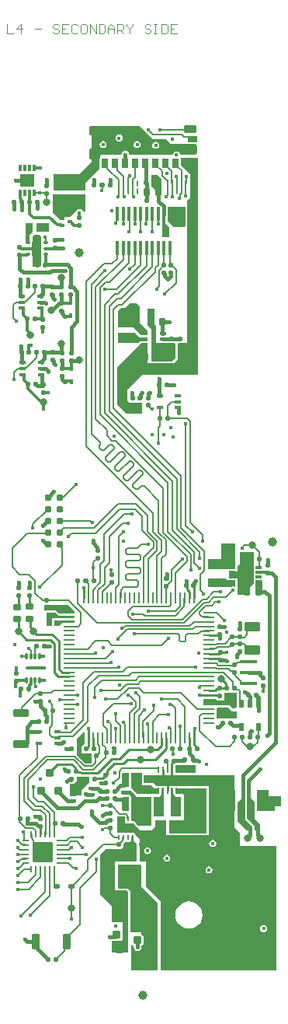
<source format=gbl>
G04*
G04 #@! TF.GenerationSoftware,Altium Limited,Altium Designer,20.2.6 (244)*
G04*
G04 Layer_Physical_Order=4*
G04 Layer_Color=16737843*
%FSLAX25Y25*%
%MOIN*%
G70*
G04*
G04 #@! TF.SameCoordinates,D103880D-7D63-4280-A8AA-78B1B6904BBD*
G04*
G04*
G04 #@! TF.FilePolarity,Positive*
G04*
G01*
G75*
%ADD10C,0.00591*%
%ADD11C,0.00394*%
%ADD12C,0.00787*%
G04:AMPARAMS|DCode=16|XSize=20.47mil|YSize=20.47mil|CornerRadius=4.1mil|HoleSize=0mil|Usage=FLASHONLY|Rotation=180.000|XOffset=0mil|YOffset=0mil|HoleType=Round|Shape=RoundedRectangle|*
%AMROUNDEDRECTD16*
21,1,0.02047,0.01228,0,0,180.0*
21,1,0.01228,0.02047,0,0,180.0*
1,1,0.00819,-0.00614,0.00614*
1,1,0.00819,0.00614,0.00614*
1,1,0.00819,0.00614,-0.00614*
1,1,0.00819,-0.00614,-0.00614*
%
%ADD16ROUNDEDRECTD16*%
G04:AMPARAMS|DCode=18|XSize=20.47mil|YSize=20.47mil|CornerRadius=4.1mil|HoleSize=0mil|Usage=FLASHONLY|Rotation=270.000|XOffset=0mil|YOffset=0mil|HoleType=Round|Shape=RoundedRectangle|*
%AMROUNDEDRECTD18*
21,1,0.02047,0.01228,0,0,270.0*
21,1,0.01228,0.02047,0,0,270.0*
1,1,0.00819,-0.00614,-0.00614*
1,1,0.00819,-0.00614,0.00614*
1,1,0.00819,0.00614,0.00614*
1,1,0.00819,0.00614,-0.00614*
%
%ADD18ROUNDEDRECTD18*%
%ADD36C,0.03937*%
%ADD39C,0.01575*%
%ADD40C,0.01181*%
%ADD41C,0.00984*%
%ADD43C,0.01772*%
G04:AMPARAMS|DCode=44|XSize=100mil|YSize=100mil|CornerRadius=5mil|HoleSize=0mil|Usage=FLASHONLY|Rotation=90.000|XOffset=0mil|YOffset=0mil|HoleType=Round|Shape=RoundedRectangle|*
%AMROUNDEDRECTD44*
21,1,0.10000,0.09000,0,0,90.0*
21,1,0.09000,0.10000,0,0,90.0*
1,1,0.01000,0.04500,0.04500*
1,1,0.01000,0.04500,-0.04500*
1,1,0.01000,-0.04500,-0.04500*
1,1,0.01000,-0.04500,0.04500*
%
%ADD44ROUNDEDRECTD44*%
%ADD45C,0.03098*%
%ADD46C,0.03150*%
G04:AMPARAMS|DCode=47|XSize=70.87mil|YSize=43.31mil|CornerRadius=2.17mil|HoleSize=0mil|Usage=FLASHONLY|Rotation=0.000|XOffset=0mil|YOffset=0mil|HoleType=Round|Shape=RoundedRectangle|*
%AMROUNDEDRECTD47*
21,1,0.07087,0.03898,0,0,0.0*
21,1,0.06653,0.04331,0,0,0.0*
1,1,0.00433,0.03327,-0.01949*
1,1,0.00433,-0.03327,-0.01949*
1,1,0.00433,-0.03327,0.01949*
1,1,0.00433,0.03327,0.01949*
%
%ADD47ROUNDEDRECTD47*%
G04:AMPARAMS|DCode=48|XSize=9.84mil|YSize=19.68mil|CornerRadius=1.97mil|HoleSize=0mil|Usage=FLASHONLY|Rotation=0.000|XOffset=0mil|YOffset=0mil|HoleType=Round|Shape=RoundedRectangle|*
%AMROUNDEDRECTD48*
21,1,0.00984,0.01575,0,0,0.0*
21,1,0.00591,0.01968,0,0,0.0*
1,1,0.00394,0.00295,-0.00787*
1,1,0.00394,-0.00295,-0.00787*
1,1,0.00394,-0.00295,0.00787*
1,1,0.00394,0.00295,0.00787*
%
%ADD48ROUNDEDRECTD48*%
G04:AMPARAMS|DCode=49|XSize=62.99mil|YSize=39.37mil|CornerRadius=1.97mil|HoleSize=0mil|Usage=FLASHONLY|Rotation=90.000|XOffset=0mil|YOffset=0mil|HoleType=Round|Shape=RoundedRectangle|*
%AMROUNDEDRECTD49*
21,1,0.06299,0.03543,0,0,90.0*
21,1,0.05906,0.03937,0,0,90.0*
1,1,0.00394,0.01772,0.02953*
1,1,0.00394,0.01772,-0.02953*
1,1,0.00394,-0.01772,-0.02953*
1,1,0.00394,-0.01772,0.02953*
%
%ADD49ROUNDEDRECTD49*%
G04:AMPARAMS|DCode=50|XSize=11.81mil|YSize=17.72mil|CornerRadius=1.77mil|HoleSize=0mil|Usage=FLASHONLY|Rotation=90.000|XOffset=0mil|YOffset=0mil|HoleType=Round|Shape=RoundedRectangle|*
%AMROUNDEDRECTD50*
21,1,0.01181,0.01417,0,0,90.0*
21,1,0.00827,0.01772,0,0,90.0*
1,1,0.00354,0.00709,0.00413*
1,1,0.00354,0.00709,-0.00413*
1,1,0.00354,-0.00709,-0.00413*
1,1,0.00354,-0.00709,0.00413*
%
%ADD50ROUNDEDRECTD50*%
G04:AMPARAMS|DCode=51|XSize=78.74mil|YSize=47.24mil|CornerRadius=2.36mil|HoleSize=0mil|Usage=FLASHONLY|Rotation=0.000|XOffset=0mil|YOffset=0mil|HoleType=Round|Shape=RoundedRectangle|*
%AMROUNDEDRECTD51*
21,1,0.07874,0.04252,0,0,0.0*
21,1,0.07402,0.04724,0,0,0.0*
1,1,0.00472,0.03701,-0.02126*
1,1,0.00472,-0.03701,-0.02126*
1,1,0.00472,-0.03701,0.02126*
1,1,0.00472,0.03701,0.02126*
%
%ADD51ROUNDEDRECTD51*%
G04:AMPARAMS|DCode=52|XSize=9.84mil|YSize=23.62mil|CornerRadius=1.97mil|HoleSize=0mil|Usage=FLASHONLY|Rotation=0.000|XOffset=0mil|YOffset=0mil|HoleType=Round|Shape=RoundedRectangle|*
%AMROUNDEDRECTD52*
21,1,0.00984,0.01968,0,0,0.0*
21,1,0.00591,0.02362,0,0,0.0*
1,1,0.00394,0.00295,-0.00984*
1,1,0.00394,-0.00295,-0.00984*
1,1,0.00394,-0.00295,0.00984*
1,1,0.00394,0.00295,0.00984*
%
%ADD52ROUNDEDRECTD52*%
G04:AMPARAMS|DCode=53|XSize=15.75mil|YSize=25.59mil|CornerRadius=2.76mil|HoleSize=0mil|Usage=FLASHONLY|Rotation=90.000|XOffset=0mil|YOffset=0mil|HoleType=Round|Shape=RoundedRectangle|*
%AMROUNDEDRECTD53*
21,1,0.01575,0.02008,0,0,90.0*
21,1,0.01024,0.02559,0,0,90.0*
1,1,0.00551,0.01004,0.00512*
1,1,0.00551,0.01004,-0.00512*
1,1,0.00551,-0.01004,-0.00512*
1,1,0.00551,-0.01004,0.00512*
%
%ADD53ROUNDEDRECTD53*%
G04:AMPARAMS|DCode=54|XSize=9.84mil|YSize=49.21mil|CornerRadius=2.46mil|HoleSize=0mil|Usage=FLASHONLY|Rotation=180.000|XOffset=0mil|YOffset=0mil|HoleType=Round|Shape=RoundedRectangle|*
%AMROUNDEDRECTD54*
21,1,0.00984,0.04429,0,0,180.0*
21,1,0.00492,0.04921,0,0,180.0*
1,1,0.00492,-0.00246,0.02215*
1,1,0.00492,0.00246,0.02215*
1,1,0.00492,0.00246,-0.02215*
1,1,0.00492,-0.00246,-0.02215*
%
%ADD54ROUNDEDRECTD54*%
G04:AMPARAMS|DCode=55|XSize=9.84mil|YSize=49.21mil|CornerRadius=2.46mil|HoleSize=0mil|Usage=FLASHONLY|Rotation=90.000|XOffset=0mil|YOffset=0mil|HoleType=Round|Shape=RoundedRectangle|*
%AMROUNDEDRECTD55*
21,1,0.00984,0.04429,0,0,90.0*
21,1,0.00492,0.04921,0,0,90.0*
1,1,0.00492,0.02215,0.00246*
1,1,0.00492,0.02215,-0.00246*
1,1,0.00492,-0.02215,-0.00246*
1,1,0.00492,-0.02215,0.00246*
%
%ADD55ROUNDEDRECTD55*%
G04:AMPARAMS|DCode=56|XSize=15.75mil|YSize=21.65mil|CornerRadius=3.94mil|HoleSize=0mil|Usage=FLASHONLY|Rotation=270.000|XOffset=0mil|YOffset=0mil|HoleType=Round|Shape=RoundedRectangle|*
%AMROUNDEDRECTD56*
21,1,0.01575,0.01378,0,0,270.0*
21,1,0.00787,0.02165,0,0,270.0*
1,1,0.00787,-0.00689,-0.00394*
1,1,0.00787,-0.00689,0.00394*
1,1,0.00787,0.00689,0.00394*
1,1,0.00787,0.00689,-0.00394*
%
%ADD56ROUNDEDRECTD56*%
G04:AMPARAMS|DCode=57|XSize=21.65mil|YSize=31.5mil|CornerRadius=2.71mil|HoleSize=0mil|Usage=FLASHONLY|Rotation=180.000|XOffset=0mil|YOffset=0mil|HoleType=Round|Shape=RoundedRectangle|*
%AMROUNDEDRECTD57*
21,1,0.02165,0.02608,0,0,180.0*
21,1,0.01624,0.03150,0,0,180.0*
1,1,0.00541,-0.00812,0.01304*
1,1,0.00541,0.00812,0.01304*
1,1,0.00541,0.00812,-0.01304*
1,1,0.00541,-0.00812,-0.01304*
%
%ADD57ROUNDEDRECTD57*%
G04:AMPARAMS|DCode=58|XSize=15.75mil|YSize=59.06mil|CornerRadius=3.94mil|HoleSize=0mil|Usage=FLASHONLY|Rotation=0.000|XOffset=0mil|YOffset=0mil|HoleType=Round|Shape=RoundedRectangle|*
%AMROUNDEDRECTD58*
21,1,0.01575,0.05118,0,0,0.0*
21,1,0.00787,0.05906,0,0,0.0*
1,1,0.00787,0.00394,-0.02559*
1,1,0.00787,-0.00394,-0.02559*
1,1,0.00787,-0.00394,0.02559*
1,1,0.00787,0.00394,0.02559*
%
%ADD58ROUNDEDRECTD58*%
G04:AMPARAMS|DCode=59|XSize=62.99mil|YSize=30mil|CornerRadius=3.75mil|HoleSize=0mil|Usage=FLASHONLY|Rotation=90.000|XOffset=0mil|YOffset=0mil|HoleType=Round|Shape=RoundedRectangle|*
%AMROUNDEDRECTD59*
21,1,0.06299,0.02250,0,0,90.0*
21,1,0.05549,0.03000,0,0,90.0*
1,1,0.00750,0.01125,0.02775*
1,1,0.00750,0.01125,-0.02775*
1,1,0.00750,-0.01125,-0.02775*
1,1,0.00750,-0.01125,0.02775*
%
%ADD59ROUNDEDRECTD59*%
G04:AMPARAMS|DCode=60|XSize=66.93mil|YSize=43.31mil|CornerRadius=5.41mil|HoleSize=0mil|Usage=FLASHONLY|Rotation=0.000|XOffset=0mil|YOffset=0mil|HoleType=Round|Shape=RoundedRectangle|*
%AMROUNDEDRECTD60*
21,1,0.06693,0.03248,0,0,0.0*
21,1,0.05610,0.04331,0,0,0.0*
1,1,0.01083,0.02805,-0.01624*
1,1,0.01083,-0.02805,-0.01624*
1,1,0.01083,-0.02805,0.01624*
1,1,0.01083,0.02805,0.01624*
%
%ADD60ROUNDEDRECTD60*%
G04:AMPARAMS|DCode=61|XSize=51.18mil|YSize=39.37mil|CornerRadius=4.92mil|HoleSize=0mil|Usage=FLASHONLY|Rotation=90.000|XOffset=0mil|YOffset=0mil|HoleType=Round|Shape=RoundedRectangle|*
%AMROUNDEDRECTD61*
21,1,0.05118,0.02953,0,0,90.0*
21,1,0.04134,0.03937,0,0,90.0*
1,1,0.00984,0.01476,0.02067*
1,1,0.00984,0.01476,-0.02067*
1,1,0.00984,-0.01476,-0.02067*
1,1,0.00984,-0.01476,0.02067*
%
%ADD61ROUNDEDRECTD61*%
G04:AMPARAMS|DCode=62|XSize=19.68mil|YSize=23.62mil|CornerRadius=4.92mil|HoleSize=0mil|Usage=FLASHONLY|Rotation=270.000|XOffset=0mil|YOffset=0mil|HoleType=Round|Shape=RoundedRectangle|*
%AMROUNDEDRECTD62*
21,1,0.01968,0.01378,0,0,270.0*
21,1,0.00984,0.02362,0,0,270.0*
1,1,0.00984,-0.00689,-0.00492*
1,1,0.00984,-0.00689,0.00492*
1,1,0.00984,0.00689,0.00492*
1,1,0.00984,0.00689,-0.00492*
%
%ADD62ROUNDEDRECTD62*%
G04:AMPARAMS|DCode=63|XSize=31.5mil|YSize=66.93mil|CornerRadius=3.94mil|HoleSize=0mil|Usage=FLASHONLY|Rotation=270.000|XOffset=0mil|YOffset=0mil|HoleType=Round|Shape=RoundedRectangle|*
%AMROUNDEDRECTD63*
21,1,0.03150,0.05906,0,0,270.0*
21,1,0.02362,0.06693,0,0,270.0*
1,1,0.00787,-0.02953,-0.01181*
1,1,0.00787,-0.02953,0.01181*
1,1,0.00787,0.02953,0.01181*
1,1,0.00787,0.02953,-0.01181*
%
%ADD63ROUNDEDRECTD63*%
G04:AMPARAMS|DCode=64|XSize=15.75mil|YSize=25.59mil|CornerRadius=3.94mil|HoleSize=0mil|Usage=FLASHONLY|Rotation=90.000|XOffset=0mil|YOffset=0mil|HoleType=Round|Shape=RoundedRectangle|*
%AMROUNDEDRECTD64*
21,1,0.01575,0.01772,0,0,90.0*
21,1,0.00787,0.02559,0,0,90.0*
1,1,0.00787,0.00886,0.00394*
1,1,0.00787,0.00886,-0.00394*
1,1,0.00787,-0.00886,-0.00394*
1,1,0.00787,-0.00886,0.00394*
%
%ADD64ROUNDEDRECTD64*%
G04:AMPARAMS|DCode=65|XSize=7.87mil|YSize=23.62mil|CornerRadius=1.97mil|HoleSize=0mil|Usage=FLASHONLY|Rotation=180.000|XOffset=0mil|YOffset=0mil|HoleType=Round|Shape=RoundedRectangle|*
%AMROUNDEDRECTD65*
21,1,0.00787,0.01968,0,0,180.0*
21,1,0.00394,0.02362,0,0,180.0*
1,1,0.00394,-0.00197,0.00984*
1,1,0.00394,0.00197,0.00984*
1,1,0.00394,0.00197,-0.00984*
1,1,0.00394,-0.00197,-0.00984*
%
%ADD65ROUNDEDRECTD65*%
G04:AMPARAMS|DCode=66|XSize=11.81mil|YSize=66.93mil|CornerRadius=2.95mil|HoleSize=0mil|Usage=FLASHONLY|Rotation=270.000|XOffset=0mil|YOffset=0mil|HoleType=Round|Shape=RoundedRectangle|*
%AMROUNDEDRECTD66*
21,1,0.01181,0.06102,0,0,270.0*
21,1,0.00591,0.06693,0,0,270.0*
1,1,0.00591,-0.03051,-0.00295*
1,1,0.00591,-0.03051,0.00295*
1,1,0.00591,0.03051,0.00295*
1,1,0.00591,0.03051,-0.00295*
%
%ADD66ROUNDEDRECTD66*%
G04:AMPARAMS|DCode=67|XSize=11.81mil|YSize=23.62mil|CornerRadius=2.36mil|HoleSize=0mil|Usage=FLASHONLY|Rotation=180.000|XOffset=0mil|YOffset=0mil|HoleType=Round|Shape=RoundedRectangle|*
%AMROUNDEDRECTD67*
21,1,0.01181,0.01890,0,0,180.0*
21,1,0.00709,0.02362,0,0,180.0*
1,1,0.00472,-0.00354,0.00945*
1,1,0.00472,0.00354,0.00945*
1,1,0.00472,0.00354,-0.00945*
1,1,0.00472,-0.00354,-0.00945*
%
%ADD67ROUNDEDRECTD67*%
G04:AMPARAMS|DCode=68|XSize=15.75mil|YSize=74.8mil|CornerRadius=3.94mil|HoleSize=0mil|Usage=FLASHONLY|Rotation=270.000|XOffset=0mil|YOffset=0mil|HoleType=Round|Shape=RoundedRectangle|*
%AMROUNDEDRECTD68*
21,1,0.01575,0.06693,0,0,270.0*
21,1,0.00787,0.07480,0,0,270.0*
1,1,0.00787,-0.03347,-0.00394*
1,1,0.00787,-0.03347,0.00394*
1,1,0.00787,0.03347,0.00394*
1,1,0.00787,0.03347,-0.00394*
%
%ADD68ROUNDEDRECTD68*%
G04:AMPARAMS|DCode=69|XSize=27.56mil|YSize=39.37mil|CornerRadius=3.45mil|HoleSize=0mil|Usage=FLASHONLY|Rotation=0.000|XOffset=0mil|YOffset=0mil|HoleType=Round|Shape=RoundedRectangle|*
%AMROUNDEDRECTD69*
21,1,0.02756,0.03248,0,0,0.0*
21,1,0.02067,0.03937,0,0,0.0*
1,1,0.00689,0.01034,-0.01624*
1,1,0.00689,-0.01034,-0.01624*
1,1,0.00689,-0.01034,0.01624*
1,1,0.00689,0.01034,0.01624*
%
%ADD69ROUNDEDRECTD69*%
G04:AMPARAMS|DCode=70|XSize=39.37mil|YSize=27.56mil|CornerRadius=3.45mil|HoleSize=0mil|Usage=FLASHONLY|Rotation=0.000|XOffset=0mil|YOffset=0mil|HoleType=Round|Shape=RoundedRectangle|*
%AMROUNDEDRECTD70*
21,1,0.03937,0.02067,0,0,0.0*
21,1,0.03248,0.02756,0,0,0.0*
1,1,0.00689,0.01624,-0.01034*
1,1,0.00689,-0.01624,-0.01034*
1,1,0.00689,-0.01624,0.01034*
1,1,0.00689,0.01624,0.01034*
%
%ADD70ROUNDEDRECTD70*%
G04:AMPARAMS|DCode=71|XSize=57.09mil|YSize=47.24mil|CornerRadius=5.91mil|HoleSize=0mil|Usage=FLASHONLY|Rotation=0.000|XOffset=0mil|YOffset=0mil|HoleType=Round|Shape=RoundedRectangle|*
%AMROUNDEDRECTD71*
21,1,0.05709,0.03543,0,0,0.0*
21,1,0.04528,0.04724,0,0,0.0*
1,1,0.01181,0.02264,-0.01772*
1,1,0.01181,-0.02264,-0.01772*
1,1,0.01181,-0.02264,0.01772*
1,1,0.01181,0.02264,0.01772*
%
%ADD71ROUNDEDRECTD71*%
G04:AMPARAMS|DCode=72|XSize=55.12mil|YSize=31.5mil|CornerRadius=3.94mil|HoleSize=0mil|Usage=FLASHONLY|Rotation=0.000|XOffset=0mil|YOffset=0mil|HoleType=Round|Shape=RoundedRectangle|*
%AMROUNDEDRECTD72*
21,1,0.05512,0.02362,0,0,0.0*
21,1,0.04724,0.03150,0,0,0.0*
1,1,0.00787,0.02362,-0.01181*
1,1,0.00787,-0.02362,-0.01181*
1,1,0.00787,-0.02362,0.01181*
1,1,0.00787,0.02362,0.01181*
%
%ADD72ROUNDEDRECTD72*%
G04:AMPARAMS|DCode=73|XSize=45.28mil|YSize=47.24mil|CornerRadius=5.66mil|HoleSize=0mil|Usage=FLASHONLY|Rotation=0.000|XOffset=0mil|YOffset=0mil|HoleType=Round|Shape=RoundedRectangle|*
%AMROUNDEDRECTD73*
21,1,0.04528,0.03593,0,0,0.0*
21,1,0.03396,0.04724,0,0,0.0*
1,1,0.01132,0.01698,-0.01796*
1,1,0.01132,-0.01698,-0.01796*
1,1,0.01132,-0.01698,0.01796*
1,1,0.01132,0.01698,0.01796*
%
%ADD73ROUNDEDRECTD73*%
G04:AMPARAMS|DCode=74|XSize=45.28mil|YSize=43.31mil|CornerRadius=5.41mil|HoleSize=0mil|Usage=FLASHONLY|Rotation=0.000|XOffset=0mil|YOffset=0mil|HoleType=Round|Shape=RoundedRectangle|*
%AMROUNDEDRECTD74*
21,1,0.04528,0.03248,0,0,0.0*
21,1,0.03445,0.04331,0,0,0.0*
1,1,0.01083,0.01722,-0.01624*
1,1,0.01083,-0.01722,-0.01624*
1,1,0.01083,-0.01722,0.01624*
1,1,0.01083,0.01722,0.01624*
%
%ADD74ROUNDEDRECTD74*%
G04:AMPARAMS|DCode=75|XSize=62.99mil|YSize=55.12mil|CornerRadius=2.76mil|HoleSize=0mil|Usage=FLASHONLY|Rotation=180.000|XOffset=0mil|YOffset=0mil|HoleType=Round|Shape=RoundedRectangle|*
%AMROUNDEDRECTD75*
21,1,0.06299,0.04961,0,0,180.0*
21,1,0.05748,0.05512,0,0,180.0*
1,1,0.00551,-0.02874,0.02480*
1,1,0.00551,0.02874,0.02480*
1,1,0.00551,0.02874,-0.02480*
1,1,0.00551,-0.02874,-0.02480*
%
%ADD75ROUNDEDRECTD75*%
G04:AMPARAMS|DCode=76|XSize=11.81mil|YSize=29.53mil|CornerRadius=2.36mil|HoleSize=0mil|Usage=FLASHONLY|Rotation=180.000|XOffset=0mil|YOffset=0mil|HoleType=Round|Shape=RoundedRectangle|*
%AMROUNDEDRECTD76*
21,1,0.01181,0.02480,0,0,180.0*
21,1,0.00709,0.02953,0,0,180.0*
1,1,0.00472,-0.00354,0.01240*
1,1,0.00472,0.00354,0.01240*
1,1,0.00472,0.00354,-0.01240*
1,1,0.00472,-0.00354,-0.01240*
%
%ADD76ROUNDEDRECTD76*%
G04:AMPARAMS|DCode=77|XSize=11.81mil|YSize=29.53mil|CornerRadius=2.36mil|HoleSize=0mil|Usage=FLASHONLY|Rotation=90.000|XOffset=0mil|YOffset=0mil|HoleType=Round|Shape=RoundedRectangle|*
%AMROUNDEDRECTD77*
21,1,0.01181,0.02480,0,0,90.0*
21,1,0.00709,0.02953,0,0,90.0*
1,1,0.00472,0.01240,0.00354*
1,1,0.00472,0.01240,-0.00354*
1,1,0.00472,-0.01240,-0.00354*
1,1,0.00472,-0.01240,0.00354*
%
%ADD77ROUNDEDRECTD77*%
G04:AMPARAMS|DCode=78|XSize=68.9mil|YSize=57.09mil|CornerRadius=2.85mil|HoleSize=0mil|Usage=FLASHONLY|Rotation=180.000|XOffset=0mil|YOffset=0mil|HoleType=Round|Shape=RoundedRectangle|*
%AMROUNDEDRECTD78*
21,1,0.06890,0.05138,0,0,180.0*
21,1,0.06319,0.05709,0,0,180.0*
1,1,0.00571,-0.03159,0.02569*
1,1,0.00571,0.03159,0.02569*
1,1,0.00571,0.03159,-0.02569*
1,1,0.00571,-0.03159,-0.02569*
%
%ADD78ROUNDEDRECTD78*%
G04:AMPARAMS|DCode=79|XSize=31.5mil|YSize=27.56mil|CornerRadius=3.45mil|HoleSize=0mil|Usage=FLASHONLY|Rotation=180.000|XOffset=0mil|YOffset=0mil|HoleType=Round|Shape=RoundedRectangle|*
%AMROUNDEDRECTD79*
21,1,0.03150,0.02067,0,0,180.0*
21,1,0.02461,0.02756,0,0,180.0*
1,1,0.00689,-0.01230,0.01034*
1,1,0.00689,0.01230,0.01034*
1,1,0.00689,0.01230,-0.01034*
1,1,0.00689,-0.01230,-0.01034*
%
%ADD79ROUNDEDRECTD79*%
G04:AMPARAMS|DCode=80|XSize=75.59mil|YSize=36.61mil|CornerRadius=4.58mil|HoleSize=0mil|Usage=FLASHONLY|Rotation=180.000|XOffset=0mil|YOffset=0mil|HoleType=Round|Shape=RoundedRectangle|*
%AMROUNDEDRECTD80*
21,1,0.07559,0.02746,0,0,180.0*
21,1,0.06644,0.03661,0,0,180.0*
1,1,0.00915,-0.03322,0.01373*
1,1,0.00915,0.03322,0.01373*
1,1,0.00915,0.03322,-0.01373*
1,1,0.00915,-0.03322,-0.01373*
%
%ADD80ROUNDEDRECTD80*%
G04:AMPARAMS|DCode=81|XSize=33.47mil|YSize=29.53mil|CornerRadius=5.91mil|HoleSize=0mil|Usage=FLASHONLY|Rotation=90.000|XOffset=0mil|YOffset=0mil|HoleType=Round|Shape=RoundedRectangle|*
%AMROUNDEDRECTD81*
21,1,0.03347,0.01772,0,0,90.0*
21,1,0.02165,0.02953,0,0,90.0*
1,1,0.01181,0.00886,0.01083*
1,1,0.01181,0.00886,-0.01083*
1,1,0.01181,-0.00886,-0.01083*
1,1,0.01181,-0.00886,0.01083*
%
%ADD81ROUNDEDRECTD81*%
G04:AMPARAMS|DCode=82|XSize=43.31mil|YSize=66.93mil|CornerRadius=5.41mil|HoleSize=0mil|Usage=FLASHONLY|Rotation=270.000|XOffset=0mil|YOffset=0mil|HoleType=Round|Shape=RoundedRectangle|*
%AMROUNDEDRECTD82*
21,1,0.04331,0.05610,0,0,270.0*
21,1,0.03248,0.06693,0,0,270.0*
1,1,0.01083,-0.02805,-0.01624*
1,1,0.01083,-0.02805,0.01624*
1,1,0.01083,0.02805,0.01624*
1,1,0.01083,0.02805,-0.01624*
%
%ADD82ROUNDEDRECTD82*%
G04:AMPARAMS|DCode=83|XSize=31.5mil|YSize=35.43mil|CornerRadius=3.94mil|HoleSize=0mil|Usage=FLASHONLY|Rotation=90.000|XOffset=0mil|YOffset=0mil|HoleType=Round|Shape=RoundedRectangle|*
%AMROUNDEDRECTD83*
21,1,0.03150,0.02756,0,0,90.0*
21,1,0.02362,0.03543,0,0,90.0*
1,1,0.00787,0.01378,0.01181*
1,1,0.00787,0.01378,-0.01181*
1,1,0.00787,-0.01378,-0.01181*
1,1,0.00787,-0.01378,0.01181*
%
%ADD83ROUNDEDRECTD83*%
G04:AMPARAMS|DCode=84|XSize=15.75mil|YSize=21.65mil|CornerRadius=3.94mil|HoleSize=0mil|Usage=FLASHONLY|Rotation=0.000|XOffset=0mil|YOffset=0mil|HoleType=Round|Shape=RoundedRectangle|*
%AMROUNDEDRECTD84*
21,1,0.01575,0.01378,0,0,0.0*
21,1,0.00787,0.02165,0,0,0.0*
1,1,0.00787,0.00394,-0.00689*
1,1,0.00787,-0.00394,-0.00689*
1,1,0.00787,-0.00394,0.00689*
1,1,0.00787,0.00394,0.00689*
%
%ADD84ROUNDEDRECTD84*%
G04:AMPARAMS|DCode=85|XSize=55.12mil|YSize=47.24mil|CornerRadius=5.91mil|HoleSize=0mil|Usage=FLASHONLY|Rotation=0.000|XOffset=0mil|YOffset=0mil|HoleType=Round|Shape=RoundedRectangle|*
%AMROUNDEDRECTD85*
21,1,0.05512,0.03543,0,0,0.0*
21,1,0.04331,0.04724,0,0,0.0*
1,1,0.01181,0.02165,-0.01772*
1,1,0.01181,-0.02165,-0.01772*
1,1,0.01181,-0.02165,0.01772*
1,1,0.01181,0.02165,0.01772*
%
%ADD85ROUNDEDRECTD85*%
G04:AMPARAMS|DCode=86|XSize=62.99mil|YSize=51.18mil|CornerRadius=6.4mil|HoleSize=0mil|Usage=FLASHONLY|Rotation=180.000|XOffset=0mil|YOffset=0mil|HoleType=Round|Shape=RoundedRectangle|*
%AMROUNDEDRECTD86*
21,1,0.06299,0.03839,0,0,180.0*
21,1,0.05020,0.05118,0,0,180.0*
1,1,0.01280,-0.02510,0.01919*
1,1,0.01280,0.02510,0.01919*
1,1,0.01280,0.02510,-0.01919*
1,1,0.01280,-0.02510,-0.01919*
%
%ADD86ROUNDEDRECTD86*%
G04:AMPARAMS|DCode=87|XSize=11.81mil|YSize=55.12mil|CornerRadius=1.48mil|HoleSize=0mil|Usage=FLASHONLY|Rotation=0.000|XOffset=0mil|YOffset=0mil|HoleType=Round|Shape=RoundedRectangle|*
%AMROUNDEDRECTD87*
21,1,0.01181,0.05217,0,0,0.0*
21,1,0.00886,0.05512,0,0,0.0*
1,1,0.00295,0.00443,-0.02608*
1,1,0.00295,-0.00443,-0.02608*
1,1,0.00295,-0.00443,0.02608*
1,1,0.00295,0.00443,0.02608*
%
%ADD87ROUNDEDRECTD87*%
G04:AMPARAMS|DCode=88|XSize=9.84mil|YSize=29.53mil|CornerRadius=2.46mil|HoleSize=0mil|Usage=FLASHONLY|Rotation=90.000|XOffset=0mil|YOffset=0mil|HoleType=Round|Shape=RoundedRectangle|*
%AMROUNDEDRECTD88*
21,1,0.00984,0.02461,0,0,90.0*
21,1,0.00492,0.02953,0,0,90.0*
1,1,0.00492,0.01230,0.00246*
1,1,0.00492,0.01230,-0.00246*
1,1,0.00492,-0.01230,-0.00246*
1,1,0.00492,-0.01230,0.00246*
%
%ADD88ROUNDEDRECTD88*%
G04:AMPARAMS|DCode=89|XSize=9.84mil|YSize=29.53mil|CornerRadius=2.46mil|HoleSize=0mil|Usage=FLASHONLY|Rotation=180.000|XOffset=0mil|YOffset=0mil|HoleType=Round|Shape=RoundedRectangle|*
%AMROUNDEDRECTD89*
21,1,0.00984,0.02461,0,0,180.0*
21,1,0.00492,0.02953,0,0,180.0*
1,1,0.00492,-0.00246,0.01230*
1,1,0.00492,0.00246,0.01230*
1,1,0.00492,0.00246,-0.01230*
1,1,0.00492,-0.00246,-0.01230*
%
%ADD89ROUNDEDRECTD89*%
G04:AMPARAMS|DCode=90|XSize=86.61mil|YSize=86.61mil|CornerRadius=4.33mil|HoleSize=0mil|Usage=FLASHONLY|Rotation=180.000|XOffset=0mil|YOffset=0mil|HoleType=Round|Shape=RoundedRectangle|*
%AMROUNDEDRECTD90*
21,1,0.08661,0.07795,0,0,180.0*
21,1,0.07795,0.08661,0,0,180.0*
1,1,0.00866,-0.03898,0.03898*
1,1,0.00866,0.03898,0.03898*
1,1,0.00866,0.03898,-0.03898*
1,1,0.00866,-0.03898,-0.03898*
%
%ADD90ROUNDEDRECTD90*%
G04:AMPARAMS|DCode=91|XSize=51.18mil|YSize=39.37mil|CornerRadius=4.92mil|HoleSize=0mil|Usage=FLASHONLY|Rotation=180.000|XOffset=0mil|YOffset=0mil|HoleType=Round|Shape=RoundedRectangle|*
%AMROUNDEDRECTD91*
21,1,0.05118,0.02953,0,0,180.0*
21,1,0.04134,0.03937,0,0,180.0*
1,1,0.00984,-0.02067,0.01476*
1,1,0.00984,0.02067,0.01476*
1,1,0.00984,0.02067,-0.01476*
1,1,0.00984,-0.02067,-0.01476*
%
%ADD91ROUNDEDRECTD91*%
G04:AMPARAMS|DCode=92|XSize=33.47mil|YSize=29.53mil|CornerRadius=5.91mil|HoleSize=0mil|Usage=FLASHONLY|Rotation=0.000|XOffset=0mil|YOffset=0mil|HoleType=Round|Shape=RoundedRectangle|*
%AMROUNDEDRECTD92*
21,1,0.03347,0.01772,0,0,0.0*
21,1,0.02165,0.02953,0,0,0.0*
1,1,0.01181,0.01083,-0.00886*
1,1,0.01181,-0.01083,-0.00886*
1,1,0.01181,-0.01083,0.00886*
1,1,0.01181,0.01083,0.00886*
%
%ADD92ROUNDEDRECTD92*%
G04:AMPARAMS|DCode=93|XSize=75.59mil|YSize=36.61mil|CornerRadius=4.58mil|HoleSize=0mil|Usage=FLASHONLY|Rotation=270.000|XOffset=0mil|YOffset=0mil|HoleType=Round|Shape=RoundedRectangle|*
%AMROUNDEDRECTD93*
21,1,0.07559,0.02746,0,0,270.0*
21,1,0.06644,0.03661,0,0,270.0*
1,1,0.00915,-0.01373,-0.03322*
1,1,0.00915,-0.01373,0.03322*
1,1,0.00915,0.01373,0.03322*
1,1,0.00915,0.01373,-0.03322*
%
%ADD93ROUNDEDRECTD93*%
G04:AMPARAMS|DCode=94|XSize=31.5mil|YSize=35.43mil|CornerRadius=3.94mil|HoleSize=0mil|Usage=FLASHONLY|Rotation=0.000|XOffset=0mil|YOffset=0mil|HoleType=Round|Shape=RoundedRectangle|*
%AMROUNDEDRECTD94*
21,1,0.03150,0.02756,0,0,0.0*
21,1,0.02362,0.03543,0,0,0.0*
1,1,0.00787,0.01181,-0.01378*
1,1,0.00787,-0.01181,-0.01378*
1,1,0.00787,-0.01181,0.01378*
1,1,0.00787,0.01181,0.01378*
%
%ADD94ROUNDEDRECTD94*%
G04:AMPARAMS|DCode=95|XSize=31.5mil|YSize=66.93mil|CornerRadius=3.94mil|HoleSize=0mil|Usage=FLASHONLY|Rotation=180.000|XOffset=0mil|YOffset=0mil|HoleType=Round|Shape=RoundedRectangle|*
%AMROUNDEDRECTD95*
21,1,0.03150,0.05906,0,0,180.0*
21,1,0.02362,0.06693,0,0,180.0*
1,1,0.00787,-0.01181,0.02953*
1,1,0.00787,0.01181,0.02953*
1,1,0.00787,0.01181,-0.02953*
1,1,0.00787,-0.01181,-0.02953*
%
%ADD95ROUNDEDRECTD95*%
%ADD96C,0.01378*%
%ADD97C,0.01772*%
%ADD98C,0.02362*%
G36*
X528134Y740580D02*
X534039Y740579D01*
X535931Y738687D01*
X543028Y738687D01*
X543255Y738536D01*
X543697Y738448D01*
X546846D01*
Y733963D01*
X540584D01*
X540084Y733963D01*
X539969Y734539D01*
X539643Y735027D01*
X539155Y735354D01*
X538579Y735468D01*
X538003Y735354D01*
X537514Y735027D01*
X537188Y734539D01*
X537074Y733963D01*
X536602Y733963D01*
X518157D01*
X518040Y734553D01*
X517692Y735074D01*
X517692Y735074D01*
X517667Y735098D01*
X517146Y735446D01*
X516532Y735569D01*
X515917Y735446D01*
X515396Y735098D01*
X515048Y734577D01*
X514926Y733963D01*
X514926Y733963D01*
X506295D01*
X505508Y733176D01*
X505508Y727664D01*
X502240Y724395D01*
X502117Y724313D01*
X502035Y724190D01*
X499602Y721758D01*
Y718609D01*
X485823D01*
Y725695D01*
X496846D01*
X501965Y730813D01*
X501965Y746091D01*
X518291D01*
X522622Y746091D01*
X528134Y740580D01*
D02*
G37*
G36*
X532280Y723333D02*
Y717427D01*
X529524D01*
Y719002D01*
X527949Y720577D01*
Y725302D01*
X530311D01*
X532280Y723333D01*
D02*
G37*
G36*
X499602Y709553D02*
X498311D01*
X498303Y709594D01*
X497976Y710082D01*
X497488Y710409D01*
X496912Y710523D01*
X496336Y710409D01*
X495848Y710082D01*
X495521Y709594D01*
X495513Y709553D01*
X495272D01*
X493008Y707290D01*
X490646D01*
X490547Y707191D01*
Y706010D01*
X488579D01*
X485429Y709160D01*
X485429Y717034D01*
X499602Y717034D01*
Y709553D01*
D02*
G37*
G36*
X542292Y703138D02*
X541938Y702784D01*
X537583Y702784D01*
X534827Y705540D01*
X534827Y711446D01*
X542292Y711446D01*
Y703138D01*
D02*
G37*
G36*
X483854Y700892D02*
X478343D01*
Y704435D01*
X483854D01*
Y700892D01*
D02*
G37*
G36*
X533906Y704493D02*
X535614Y702784D01*
Y698454D01*
X532366D01*
Y710658D01*
X533906D01*
Y704493D01*
D02*
G37*
G36*
X476768Y700892D02*
X475587Y699711D01*
Y695774D01*
X473618D01*
Y704435D01*
X476768D01*
Y700892D01*
D02*
G37*
G36*
X480311Y698924D02*
X480311Y686325D01*
X479917Y685931D01*
X477162D01*
X476768Y686325D01*
X476768Y698924D01*
X477555Y699711D01*
X479524D01*
X480311Y698924D01*
D02*
G37*
G36*
X522831Y668609D02*
X522831Y661916D01*
X524930Y659817D01*
X526165Y658690D01*
Y656721D01*
X523410D01*
X520260Y659871D01*
X513567D01*
Y666957D01*
X514748Y668139D01*
X516323D01*
X518291Y670107D01*
X521332Y670107D01*
X522831Y668609D01*
D02*
G37*
G36*
X522831Y655617D02*
X525980D01*
Y654042D01*
X522831D01*
X522043Y653254D01*
X513382D01*
Y657585D01*
X520862D01*
X522831Y655617D01*
D02*
G37*
G36*
X529130Y661325D02*
X529917Y660538D01*
X529917Y653254D01*
X531663D01*
X531768Y653233D01*
X532721D01*
X532772Y653223D01*
X535443D01*
X535529Y653166D01*
X535996Y653073D01*
X537224D01*
X537691Y653166D01*
X538185Y653003D01*
Y646955D01*
X536610Y645380D01*
X527740D01*
X527740Y659083D01*
X525980Y660843D01*
X525980Y667821D01*
X529130D01*
X529130Y661325D01*
D02*
G37*
G36*
X547819Y639398D02*
X531638D01*
X531099Y639506D01*
X530559Y639398D01*
X523803D01*
X517504Y633099D01*
X517504Y628660D01*
X518576Y627587D01*
X523803Y627587D01*
Y622863D01*
X517110Y622863D01*
X513173Y626800D01*
Y642942D01*
X523410Y653178D01*
X526165D01*
Y644910D01*
X526559Y644517D01*
X537583D01*
X539157Y646091D01*
Y652760D01*
X539539Y653073D01*
X540768D01*
X541235Y653166D01*
X541252Y653178D01*
X543094D01*
Y714201D01*
X544473Y715580D01*
Y725422D01*
X540422Y729473D01*
Y731866D01*
X540354Y732205D01*
X540587Y732705D01*
X547819D01*
Y639398D01*
D02*
G37*
G36*
X563884Y567166D02*
Y556645D01*
X563747Y556163D01*
X561266D01*
X561165Y556143D01*
X552349D01*
X552073Y556418D01*
Y560473D01*
X557661Y560473D01*
X557661Y567166D01*
X563884Y567166D01*
D02*
G37*
G36*
X560341Y551418D02*
X561165D01*
X561266Y551398D01*
X563747D01*
X563884Y550916D01*
Y548662D01*
X563357D01*
X563356Y548663D01*
X562780Y548778D01*
X562204Y548663D01*
X562202Y548662D01*
X552073D01*
Y552206D01*
X559554D01*
X560341Y551418D01*
D02*
G37*
G36*
X575302Y550916D02*
Y545119D01*
X572546D01*
Y550916D01*
X572683Y551398D01*
X575164D01*
X575302Y550916D01*
D02*
G37*
G36*
X571638Y550116D02*
X570184Y548662D01*
Y545119D01*
X564847Y545119D01*
Y552205D01*
X563847D01*
X563747Y552225D01*
X561266D01*
X561128Y552708D01*
Y554853D01*
X561266Y555335D01*
X563747D01*
X563847Y555355D01*
X564847D01*
Y557498D01*
X565853Y558505D01*
Y563623D01*
X571638D01*
Y550116D01*
D02*
G37*
G36*
X491925Y541049D02*
X494866Y538109D01*
X494866Y537135D01*
X488075Y537135D01*
X486795Y538414D01*
X482129Y538414D01*
X481776Y538768D01*
X481776Y541049D01*
X491925Y541049D01*
D02*
G37*
G36*
X487507Y536567D02*
X487507Y536567D01*
X487768Y536393D01*
X487848Y536377D01*
X487976Y536249D01*
X494866D01*
Y535543D01*
X494669Y535083D01*
X486008Y535083D01*
X485930Y535068D01*
X485220D01*
Y534358D01*
X485205Y534280D01*
Y531918D01*
X482858D01*
Y537430D01*
X486644D01*
X487507Y536567D01*
D02*
G37*
G36*
X494669Y533099D02*
X489551Y533099D01*
X488370Y531918D01*
X486008Y531918D01*
Y534280D01*
X494669Y534280D01*
Y533099D01*
D02*
G37*
G36*
X564366Y496857D02*
X562299D01*
X561217Y497939D01*
X555902D01*
X555705Y497743D01*
X549996D01*
Y500695D01*
X555487D01*
X555606Y500517D01*
X555847Y500356D01*
X556197Y500006D01*
X559248D01*
Y503057D01*
X564366D01*
Y496857D01*
D02*
G37*
G36*
X562386Y495304D02*
X564354D01*
X564354Y492154D01*
X555693Y492154D01*
Y492595D01*
X555693Y492598D01*
Y494068D01*
X555693Y494071D01*
Y494563D01*
X555693Y494566D01*
Y496037D01*
X555693Y496040D01*
Y496532D01*
X556019Y496879D01*
X560811D01*
X562386Y495304D01*
D02*
G37*
G36*
X499209Y481503D02*
X497819Y480113D01*
X497819Y477270D01*
X501965Y477270D01*
Y472926D01*
X501901Y472862D01*
X499468D01*
X495654Y476677D01*
X495654Y483557D01*
X498421Y486325D01*
X499209D01*
X499209Y481503D01*
D02*
G37*
G36*
X546846Y469002D02*
X538185D01*
Y472108D01*
X538406Y472152D01*
X546846D01*
Y469002D01*
D02*
G37*
G36*
X523618Y463490D02*
X527949Y463490D01*
X529130Y462309D01*
X531197D01*
Y459750D01*
X521835D01*
X519079Y462506D01*
Y468926D01*
X523618D01*
X523618Y463490D01*
D02*
G37*
G36*
X500969Y464595D02*
X497819Y461446D01*
Y459083D01*
X492701D01*
X492701Y461839D01*
X492701Y464242D01*
X492708Y464247D01*
X492761Y464300D01*
X494571D01*
X495654Y465383D01*
Y467253D01*
X500969D01*
Y464595D01*
D02*
G37*
G36*
X578051Y458883D02*
X583563D01*
Y454552D01*
X580807D01*
Y452583D01*
X573130D01*
Y461638D01*
X578051D01*
Y458883D01*
D02*
G37*
G36*
X537072Y462207D02*
X537280Y462113D01*
Y460144D01*
X537299Y460047D01*
Y459750D01*
X537491Y459559D01*
X537574Y459434D01*
X537698Y459351D01*
X538382Y458668D01*
X540547D01*
Y450203D01*
X536217D01*
Y458372D01*
Y462309D01*
X536784D01*
X537072Y462207D01*
D02*
G37*
G36*
X533165Y458274D02*
Y450105D01*
X528835D01*
Y458569D01*
X531000D01*
X531423Y458993D01*
X531504Y459009D01*
X531765Y459183D01*
X531939Y459443D01*
X531955Y459524D01*
X532083Y459652D01*
Y462211D01*
X533165D01*
Y458274D01*
D02*
G37*
G36*
X527740Y448847D02*
Y446091D01*
X522228D01*
X521067Y447253D01*
X520989Y447644D01*
X520767Y447976D01*
X520435Y448198D01*
X520043Y448276D01*
X519079D01*
X519079Y458690D01*
X527740Y458690D01*
X527740Y448847D01*
D02*
G37*
G36*
X571387Y457061D02*
X572228Y456423D01*
Y449241D01*
X574591Y446879D01*
Y444123D01*
X572228D01*
Y446091D01*
X568811Y449509D01*
Y449509D01*
X568807Y449528D01*
X568818Y449581D01*
Y454798D01*
X568807Y454851D01*
X568811Y454870D01*
Y457880D01*
X569271Y458077D01*
X570370D01*
X571387Y457061D01*
D02*
G37*
G36*
X567990Y457002D02*
X568008Y456913D01*
Y454870D01*
X567993Y454798D01*
Y449581D01*
X568008Y449509D01*
Y449509D01*
X568008Y449509D01*
X568008Y449509D01*
Y448737D01*
X571047Y445698D01*
Y444123D01*
X568685D01*
X564825Y447983D01*
X564704Y456151D01*
X566433Y457880D01*
X567990D01*
Y457002D01*
D02*
G37*
G36*
X551362Y442957D02*
X549905D01*
X549828Y442942D01*
X535614Y442942D01*
Y448454D01*
X541913D01*
Y459947D01*
X538440Y459947D01*
X538087Y460301D01*
X538087Y462309D01*
X551362Y462309D01*
X551362Y442957D01*
D02*
G37*
G36*
X563567Y461638D02*
X563681D01*
Y452583D01*
X563567D01*
X563567Y445698D01*
X565929Y443335D01*
Y437430D01*
X581284Y437430D01*
X581284Y384280D01*
X531677Y384280D01*
X531677Y413808D01*
X525378Y420107D01*
Y430737D01*
X522622Y430737D01*
X522622Y440579D01*
X520949Y442253D01*
X520892Y442538D01*
X520674Y442864D01*
X520349Y443081D01*
X520063Y443138D01*
X519866Y443335D01*
X513173Y443335D01*
Y450225D01*
X514149D01*
X514256Y450204D01*
X516323D01*
Y447272D01*
X519866Y447272D01*
X523016Y444123D01*
X527740D01*
X529315Y445698D01*
Y448454D01*
X534039D01*
Y442154D01*
X535537D01*
X535614Y442139D01*
X549828Y442139D01*
X549828Y442139D01*
X549905Y442154D01*
X552543D01*
X552543Y455146D01*
X552543Y463316D01*
X530201Y463316D01*
X528921Y464595D01*
X524591D01*
Y467999D01*
X524689Y468040D01*
X563567D01*
X563567Y461638D01*
D02*
G37*
G36*
X520161Y441482D02*
X520161Y439890D01*
X521441Y438611D01*
X521441Y431015D01*
X521163Y430737D01*
X513567D01*
X511992Y430737D01*
X511992Y418532D01*
X517110Y418532D01*
X517898Y417745D01*
X517898Y400776D01*
X517898Y400775D01*
X517898Y400775D01*
X517898Y391761D01*
X510811D01*
Y396879D01*
X514748D01*
X515535Y397666D01*
Y404753D01*
X511205D01*
X510811Y405146D01*
Y411839D01*
X509630Y413020D01*
X505693Y416957D01*
Y433886D01*
X508055Y436249D01*
X514932Y436249D01*
X515831Y437275D01*
X515831Y438667D01*
X516316Y439152D01*
X516392Y439266D01*
X518553Y439266D01*
X519177Y439890D01*
X519177Y441482D01*
X519456Y441761D01*
X519883D01*
X520161Y441482D01*
D02*
G37*
G36*
X523016Y420501D02*
X530496Y413020D01*
X530496Y384280D01*
X519079Y384280D01*
X519079Y394910D01*
X519804D01*
X519996Y394782D01*
X520229Y394736D01*
Y394123D01*
X520351Y393508D01*
X520699Y392987D01*
X521220Y392639D01*
X521835Y392517D01*
X522449Y392639D01*
X522970Y392987D01*
X523318Y393508D01*
X523440Y394123D01*
Y394736D01*
X523673Y394782D01*
X524064Y395043D01*
X524325Y395434D01*
X524417Y395894D01*
Y398257D01*
X524325Y398717D01*
X524064Y399108D01*
X523673Y399369D01*
X523410Y399422D01*
Y400422D01*
X519054Y400422D01*
X518701Y400775D01*
X518701Y417745D01*
X518685Y417822D01*
Y418139D01*
X517504Y419320D01*
X517188D01*
X517110Y419335D01*
X513567Y419335D01*
Y429556D01*
X523016D01*
Y420501D01*
D02*
G37*
%LPC*%
G36*
X513906Y742508D02*
X513330Y742393D01*
X512841Y742067D01*
X512515Y741578D01*
X512400Y741002D01*
X512515Y740426D01*
X512841Y739938D01*
X513330Y739612D01*
X513906Y739497D01*
X514482Y739612D01*
X514970Y739938D01*
X515296Y740426D01*
X515411Y741002D01*
X515296Y741578D01*
X514970Y742067D01*
X514482Y742393D01*
X513906Y742508D01*
D02*
G37*
G36*
X521650Y739799D02*
X521074Y739684D01*
X520585Y739358D01*
X520259Y738870D01*
X520144Y738294D01*
X520259Y737718D01*
X520585Y737229D01*
X521074Y736903D01*
X521650Y736788D01*
X522226Y736903D01*
X522714Y737229D01*
X523040Y737718D01*
X523155Y738294D01*
X523040Y738870D01*
X522714Y739358D01*
X522226Y739684D01*
X521650Y739799D01*
D02*
G37*
G36*
X507083D02*
X506507Y739684D01*
X506018Y739358D01*
X505692Y738870D01*
X505577Y738294D01*
X505692Y737718D01*
X506018Y737229D01*
X506507Y736903D01*
X507083Y736788D01*
X507659Y736903D01*
X508147Y737229D01*
X508473Y737718D01*
X508588Y738294D01*
X508473Y738870D01*
X508147Y739358D01*
X507659Y739684D01*
X507083Y739799D01*
D02*
G37*
G36*
X529673Y739405D02*
X529097Y739291D01*
X528609Y738964D01*
X528282Y738476D01*
X528168Y737900D01*
X528282Y737324D01*
X528609Y736835D01*
X529097Y736509D01*
X529673Y736395D01*
X530249Y736509D01*
X530738Y736835D01*
X531064Y737324D01*
X531179Y737900D01*
X531064Y738476D01*
X530738Y738964D01*
X530249Y739291D01*
X529673Y739405D01*
D02*
G37*
G36*
X554118Y440116D02*
X553542Y440002D01*
X553054Y439675D01*
X552727Y439187D01*
X552613Y438611D01*
X552727Y438035D01*
X553054Y437547D01*
X553542Y437220D01*
X554118Y437106D01*
X554694Y437220D01*
X555183Y437547D01*
X555509Y438035D01*
X555623Y438611D01*
X555509Y439187D01*
X555183Y439675D01*
X554694Y440002D01*
X554118Y440116D01*
D02*
G37*
G36*
X526165Y436967D02*
X525589Y436852D01*
X525101Y436526D01*
X524775Y436037D01*
X524660Y435461D01*
X524775Y434885D01*
X525101Y434397D01*
X525589Y434071D01*
X526165Y433956D01*
X526741Y434071D01*
X527230Y434397D01*
X527556Y434885D01*
X527671Y435461D01*
X527556Y436037D01*
X527230Y436526D01*
X526741Y436852D01*
X526165Y436967D01*
D02*
G37*
G36*
X534433Y433817D02*
X533857Y433703D01*
X533369Y433376D01*
X533042Y432888D01*
X532928Y432312D01*
X533042Y431736D01*
X533369Y431247D01*
X533857Y430921D01*
X534433Y430806D01*
X535009Y430921D01*
X535498Y431247D01*
X535824Y431736D01*
X535938Y432312D01*
X535824Y432888D01*
X535498Y433376D01*
X535009Y433703D01*
X534433Y433817D01*
D02*
G37*
G36*
X552457Y428768D02*
X551881Y428654D01*
X551392Y428327D01*
X551066Y427839D01*
X550951Y427263D01*
X551066Y426687D01*
X551392Y426198D01*
X551881Y425872D01*
X552457Y425758D01*
X553033Y425872D01*
X553521Y426198D01*
X553847Y426687D01*
X553962Y427263D01*
X553847Y427839D01*
X553521Y428327D01*
X553033Y428654D01*
X552457Y428768D01*
D02*
G37*
G36*
X543906Y413740D02*
X542395Y413541D01*
X540987Y412958D01*
X539778Y412030D01*
X538850Y410821D01*
X538267Y409413D01*
X538068Y407902D01*
X538267Y406391D01*
X538850Y404984D01*
X539778Y403775D01*
X540987Y402847D01*
X542395Y402264D01*
X543906Y402065D01*
X545416Y402264D01*
X546824Y402847D01*
X548033Y403775D01*
X548961Y404984D01*
X549544Y406391D01*
X549743Y407902D01*
X549544Y409413D01*
X548961Y410821D01*
X548033Y412030D01*
X546824Y412958D01*
X545416Y413541D01*
X543906Y413740D01*
D02*
G37*
G36*
X575973Y403579D02*
X575396Y403464D01*
X574908Y403138D01*
X574582Y402649D01*
X574467Y402073D01*
X574582Y401497D01*
X574908Y401009D01*
X575396Y400682D01*
X575973Y400568D01*
X576549Y400682D01*
X577037Y401009D01*
X577363Y401497D01*
X577478Y402073D01*
X577363Y402649D01*
X577037Y403138D01*
X576549Y403464D01*
X575973Y403579D01*
D02*
G37*
%LPD*%
D10*
X506854Y481022D02*
X508055Y479821D01*
Y477902D02*
X508370Y477587D01*
X508055Y477902D02*
Y479821D01*
X506658Y483983D02*
X506854Y483786D01*
Y481022D02*
Y483786D01*
X508069Y475520D02*
Y477286D01*
X502929Y470380D02*
X508069Y475520D01*
Y477286D02*
X508370Y477587D01*
X507661Y549831D02*
Y556995D01*
X509630Y558963D01*
Y570107D01*
X548803Y547193D02*
Y553826D01*
Y547193D02*
X550181Y545815D01*
X548803Y553826D02*
X550575Y555597D01*
X550181Y545698D02*
Y545815D01*
X548422Y537961D02*
X551041Y540580D01*
X548422Y536982D02*
X549552Y535853D01*
X552228D01*
X548422Y536982D02*
Y537961D01*
X512563Y548263D02*
X513764Y549464D01*
Y570205D02*
X515929Y572371D01*
X513764Y549464D02*
Y570205D01*
X504689Y544022D02*
X504886Y544219D01*
Y547056D01*
X507661Y549831D01*
X502720Y547317D02*
X505803Y550400D01*
Y558136D01*
X502720Y544022D02*
Y547317D01*
X510626Y550420D02*
X510626D01*
X506658Y544022D02*
X506854Y544219D01*
Y546648D01*
X510626Y550420D01*
X534736Y721809D02*
Y722597D01*
Y718345D02*
Y721809D01*
X502740Y557115D02*
Y559069D01*
Y551485D02*
X503016Y551209D01*
X502740Y551485D02*
Y557115D01*
Y559069D02*
X504720Y561050D01*
X510516Y555737D02*
Y555824D01*
X510522Y555829D01*
X472269Y670902D02*
X473810D01*
X472039Y670672D02*
X472269Y670902D01*
X473810D02*
X477768Y674859D01*
Y677672D01*
X524177Y490920D02*
X528736Y495479D01*
X524177Y484179D02*
Y490920D01*
Y484179D02*
X524374Y483983D01*
X482350Y442597D02*
Y450917D01*
X480249Y453019D02*
X482350Y450917D01*
X482154Y442400D02*
X482350Y442597D01*
X488551Y437971D02*
X491642D01*
X493070Y439398D02*
X495850D01*
X491642Y437971D02*
X493070Y439398D01*
X488551Y439939D02*
X491457D01*
X492863Y441345D01*
X498063D01*
X470406Y425002D02*
X470613D01*
X473247Y427636D01*
X476248D01*
X534248Y548813D02*
X536508Y551073D01*
Y556040D02*
X541126Y560658D01*
X536508Y551073D02*
Y556040D01*
X534217Y548813D02*
X534248D01*
X538154Y554609D02*
X543094Y559550D01*
X538154Y544022D02*
Y554609D01*
X538792Y573420D02*
X548606Y563606D01*
Y561052D02*
Y563606D01*
X538792Y573420D02*
Y594882D01*
X540535Y574008D02*
X550575Y563969D01*
Y555597D02*
Y563969D01*
X540535Y574008D02*
Y596324D01*
X536875Y572922D02*
X546277Y563520D01*
Y559050D02*
Y563520D01*
X536875Y572922D02*
Y594053D01*
X534858Y572351D02*
Y593305D01*
X544669Y555934D02*
Y562539D01*
X534858Y572351D02*
X544669Y562539D01*
X543094Y559550D02*
Y561643D01*
X532941Y571796D02*
X543094Y561643D01*
X532941Y571796D02*
Y590891D01*
X528528Y572152D02*
X532071Y568609D01*
X530872Y571902D02*
X534039Y568735D01*
X532071Y563808D02*
Y568609D01*
X534039Y562627D02*
Y568735D01*
X526165Y572365D02*
X530224Y568306D01*
X546277Y559050D02*
X548606Y556721D01*
X530224Y564324D02*
Y568306D01*
X523618Y572817D02*
X528669Y567766D01*
Y565524D02*
Y567766D01*
X530872Y571902D02*
Y585687D01*
X528528Y572152D02*
Y580245D01*
X526165Y572365D02*
Y579359D01*
X523618Y572817D02*
Y578954D01*
X524637Y591923D02*
X530872Y585687D01*
X512486Y611346D02*
X532941Y590891D01*
X505752Y622410D02*
X534858Y593305D01*
X507661Y623266D02*
X536875Y594053D01*
X509630Y624044D02*
X538792Y594882D01*
X511483Y625377D02*
X540535Y596324D01*
X530705Y610341D02*
Y616957D01*
X531413Y617666D01*
Y620971D01*
X476923Y575477D02*
X483323Y581876D01*
X476923Y573791D02*
Y575477D01*
X476859Y573727D02*
X476923Y573791D01*
X479136Y456487D02*
X481455D01*
X477000Y458623D02*
Y462788D01*
Y458623D02*
X479136Y456487D01*
X473591Y438168D02*
X473787Y437971D01*
X470406Y439844D02*
Y440000D01*
X472082Y438168D02*
X473591D01*
X470406Y439844D02*
X472082Y438168D01*
X513882Y438217D02*
Y438279D01*
X515535Y439933D01*
Y441170D01*
X515732Y441367D01*
X513503Y584324D02*
X521200D01*
X526165Y579359D01*
X499787Y608985D02*
X528528Y580245D01*
X499787Y608985D02*
Y679531D01*
X520676Y581896D02*
X523618Y578954D01*
X514047Y581896D02*
X520676D01*
X473847Y445232D02*
X476934D01*
X478020Y444146D01*
Y442597D02*
Y444146D01*
X484122Y442400D02*
Y451412D01*
X552425Y512034D02*
X552620Y511839D01*
X558724D01*
X562762Y507801D01*
X560878Y513414D02*
X561873Y512418D01*
X552622Y513805D02*
X555285D01*
X562909Y512418D02*
X563567Y511761D01*
X555285Y513805D02*
X555676Y513414D01*
X560878D01*
X561873Y512418D02*
X562909D01*
X552425Y515971D02*
X552620Y515776D01*
X555710D01*
X556498Y514989D01*
X565744Y526876D02*
X567713D01*
X562122Y527191D02*
X565744D01*
X552425Y521876D02*
X552622Y522073D01*
X555555D01*
X556244Y522762D01*
X561253D01*
X552622Y524042D02*
X555342D01*
X555676Y524376D01*
X559306D01*
X552425Y523845D02*
X552622Y524042D01*
X561253Y522762D02*
X562611Y524120D01*
X565665D01*
X522423Y510065D02*
X552425D01*
X521058Y508700D02*
X522423Y510065D01*
X552425D02*
X552425Y510065D01*
X521964Y507003D02*
X523057Y508097D01*
X552425D01*
X548606Y556721D02*
X548606D01*
X532142Y544128D02*
Y560729D01*
Y544128D02*
X532248Y544022D01*
X532142Y560729D02*
X534039Y562627D01*
X519866Y540186D02*
X535493D01*
X536185Y540878D01*
Y544022D01*
X534721Y620971D02*
X543104D01*
X544563Y619511D01*
Y576119D02*
Y619511D01*
X505752Y676841D02*
X508064Y679153D01*
X518156Y687688D02*
Y693919D01*
X509621Y679153D02*
X518156Y687688D01*
X508064Y679153D02*
X509621D01*
X503933Y677290D02*
X515656Y689012D01*
X503933Y620501D02*
Y677290D01*
X515656Y689012D02*
Y693919D01*
X505752Y622410D02*
Y676841D01*
X513076Y672323D02*
X514681D01*
X528156Y685798D02*
Y693919D01*
X514681Y672323D02*
X528156Y685798D01*
X509630Y668878D02*
X513076Y672323D01*
X525656Y686297D02*
Y693919D01*
X512233Y674126D02*
X513485D01*
X525656Y686297D01*
X513440Y669447D02*
X515269D01*
X529533Y683711D02*
Y685541D01*
X515269Y669447D02*
X529533Y683711D01*
X509630Y624044D02*
Y668878D01*
X507661Y623266D02*
Y669554D01*
X512233Y674126D01*
X511483Y625377D02*
Y667490D01*
X513440Y669447D01*
X552228Y535853D02*
X552425Y535656D01*
X550410Y541957D02*
X552327D01*
X541749Y533296D02*
X550410Y541957D01*
X504330Y533296D02*
X541749D01*
X499689Y433985D02*
X499886D01*
X499935Y434034D01*
X488551D02*
X499935D01*
X500575Y431524D02*
X507268Y438217D01*
X544563Y576119D02*
X549787Y570894D01*
Y568139D02*
Y570894D01*
X542594Y574938D02*
Y618609D01*
X545457Y572076D02*
Y572076D01*
X542594Y574938D02*
X545457Y572076D01*
X519445Y534674D02*
X541090D01*
X517898Y538217D02*
X519866Y540186D01*
X517898Y536221D02*
Y538217D01*
Y536221D02*
X519445Y534674D01*
X525000Y536249D02*
X538082D01*
X541894Y540061D01*
Y543825D01*
X526559Y538217D02*
X538101D01*
X540024Y540139D02*
Y543924D01*
X538101Y538217D02*
X540024Y540139D01*
Y543924D02*
X540122Y544022D01*
X541090Y534674D02*
X549752Y543335D01*
X551362D01*
X524212Y537036D02*
X525000Y536249D01*
X519866Y537036D02*
X524212D01*
X473161Y456932D02*
Y466709D01*
X477075Y453019D02*
X480249D01*
X473161Y456932D02*
X477075Y453019D01*
X478062Y454716D02*
X480818D01*
X474867Y457911D02*
X478062Y454716D01*
X480818D02*
X484122Y451412D01*
X486091Y447451D02*
Y451851D01*
X481455Y456487D02*
X486091Y451851D01*
Y442400D02*
Y447451D01*
X494383Y474438D02*
X498440Y470380D01*
X494757Y476013D02*
X499011Y471758D01*
X498440Y470380D02*
X502929D01*
X499011Y471758D02*
X502358D01*
X471256Y449241D02*
Y467953D01*
X478638Y475335D02*
Y481010D01*
X471256Y467953D02*
X478638Y475335D01*
X479032Y481404D02*
X479524D01*
X478638Y481010D02*
X479032Y481404D01*
X482465Y476013D02*
X494757D01*
X473161Y466709D02*
X482465Y476013D01*
X474867Y457911D02*
Y466053D01*
X483252Y474438D02*
X494383D01*
X474867Y466053D02*
X483252Y474438D01*
X548606Y506128D02*
X552425D01*
X471256Y447823D02*
X473847Y445232D01*
X471256Y447823D02*
Y449241D01*
X478020Y442597D02*
X478217Y442400D01*
X486144Y447451D02*
X486323Y447272D01*
X541894Y543825D02*
X542091Y544022D01*
X555212Y542154D02*
X556874D01*
X562780Y547272D02*
X562780D01*
X559630Y544123D02*
X562780Y547272D01*
X554492Y544123D02*
X559630D01*
X553637Y540580D02*
X555212Y542154D01*
X552327Y541957D02*
X554492Y544123D01*
X554512Y546485D02*
X557327D01*
X551362Y543335D02*
X554512Y546485D01*
X551041Y540580D02*
X553637D01*
X495980Y541646D02*
X504330Y533296D01*
X515449Y530912D02*
X516455Y531918D01*
X515252Y530912D02*
X515449D01*
X516455Y531918D02*
X544275D01*
X546045Y533687D01*
X513271Y526089D02*
X513382D01*
X517601Y530420D02*
X545533D01*
X513271Y526089D02*
X517601Y530420D01*
X508904Y727935D02*
X513776Y723063D01*
X508904Y727935D02*
Y729257D01*
X513776Y718215D02*
Y723063D01*
X507919Y730242D02*
X508904Y729257D01*
X506087Y504359D02*
X514607D01*
X517251Y507003D01*
X524591Y503178D02*
X540535D01*
X517975Y505260D02*
X522508D01*
X524591Y503178D01*
X517251Y507003D02*
X521964D01*
X519943Y591567D02*
X521090Y590419D01*
X519943Y592545D02*
X524153Y596756D01*
X522068Y590419D02*
X523572Y591923D01*
X521090Y590419D02*
X522068D01*
X519943Y591567D02*
Y592545D01*
X523572Y591923D02*
X524637D01*
X501965Y614387D02*
X505795Y610556D01*
X542086Y525153D02*
X542605Y525671D01*
Y527759D01*
X539849Y525671D02*
Y527759D01*
Y525671D02*
X540368Y525153D01*
X542086D01*
X539158Y528451D02*
X539849Y527759D01*
X536008Y528451D02*
X539158D01*
X520469D02*
X536008D01*
X545533Y530420D02*
X546832Y531719D01*
X515535Y576013D02*
X517898D01*
X509630Y570107D02*
X515535Y576013D01*
X542671Y724542D02*
X542732Y724603D01*
X542671Y721870D02*
Y724542D01*
X542610Y721809D02*
X542671Y721870D01*
X530961Y677430D02*
Y684329D01*
X530138Y676608D02*
X530961Y677430D01*
Y684329D02*
X533036Y686404D01*
X533067D01*
X529533Y685541D02*
X530656Y686663D01*
X507870Y676089D02*
X512687D01*
X523156Y686558D01*
X530656Y686663D02*
Y693919D01*
X530138Y676288D02*
Y676608D01*
X523156Y686558D02*
Y693919D01*
X497031Y403965D02*
Y419396D01*
X504118Y426483D02*
Y431918D01*
X497031Y419396D02*
X504118Y426483D01*
X515388Y512102D02*
X517487Y514201D01*
X546770D01*
X487398Y483963D02*
X487825Y484390D01*
X493992D02*
X500575Y490973D01*
X487825Y484390D02*
X493992D01*
X508646Y613611D02*
X510911Y611346D01*
X512486D01*
X526436Y626404D02*
X527586Y625254D01*
X528006D02*
X528232Y625028D01*
X526374Y626404D02*
X526436D01*
X527586Y625254D02*
X528006D01*
X540642Y721809D02*
Y727244D01*
X542610Y718345D02*
Y721809D01*
Y716022D02*
Y718345D01*
X533904Y729651D02*
X536595Y726959D01*
Y723239D02*
X536606Y723228D01*
Y721908D02*
X536705Y721809D01*
X536606Y721908D02*
Y723228D01*
X536595Y723239D02*
Y726959D01*
X532389Y724944D02*
X534736Y722597D01*
X529573Y729651D02*
X532389Y726835D01*
Y724944D02*
Y726835D01*
X520654Y724210D02*
Y729984D01*
X519681Y721679D02*
X519780Y721778D01*
Y723336D01*
X520654Y724210D01*
X559306Y524376D02*
X562122Y527191D01*
X526343Y560442D02*
X530224Y564324D01*
X524406Y561261D02*
X528669Y565524D01*
X521744Y565292D02*
X523410Y566957D01*
X526559D01*
X500265Y550481D02*
X500889Y549857D01*
X500752Y544022D02*
X500889Y544159D01*
Y549857D01*
X499894Y550850D02*
X500263Y550481D01*
X499894Y550850D02*
Y551124D01*
X500263Y550481D02*
X500265D01*
X512563Y544022D02*
Y548263D01*
X502964Y512102D02*
X515388D01*
X498421Y507559D02*
X502964Y512102D01*
X503331Y505482D02*
X506549Y508700D01*
X521058D01*
X513216Y500502D02*
X517975Y505260D01*
X482858Y543020D02*
X482937Y542942D01*
X483252D01*
X492386Y531719D02*
X496295D01*
X497358Y532782D01*
Y537699D01*
X492116Y542942D02*
X497358Y537699D01*
X483252Y542942D02*
X492116D01*
X480977D02*
X482780D01*
X482858Y543020D01*
X482881Y571434D02*
X483323Y571876D01*
X474396Y571434D02*
X482881D01*
X468028Y565065D02*
X474396Y571434D01*
X468028Y557172D02*
Y565065D01*
Y557172D02*
X471235Y553965D01*
X475267D01*
X477939Y551293D01*
Y545979D02*
Y551293D01*
Y545979D02*
X480977Y542942D01*
X490434Y395399D02*
X491520Y396485D01*
X490434Y392564D02*
Y395399D01*
X486874Y389005D02*
X490434Y392564D01*
X491520Y396485D02*
X492738Y397704D01*
Y399672D01*
X497031Y403965D01*
X494374Y420993D02*
X500575Y427194D01*
Y431524D01*
X507268Y438217D02*
X513882D01*
X493488Y411052D02*
Y420107D01*
X493578D01*
X494374Y420902D01*
Y420993D01*
X495850Y439398D02*
X498213Y437036D01*
X498063Y441345D02*
X498084Y441324D01*
X511937Y441346D02*
X513743D01*
X510228Y443054D02*
X511937Y441346D01*
X510228Y443054D02*
Y445153D01*
X493500Y406351D02*
Y411052D01*
X565729Y499038D02*
Y504185D01*
Y499038D02*
X566335Y498431D01*
X565210Y504704D02*
X565729Y504185D01*
X563979Y504704D02*
X565210D01*
X556498Y514989D02*
X563488D01*
X563567Y515068D01*
X552425Y514002D02*
X552622Y513805D01*
X538973Y500498D02*
X542267Y497204D01*
X542091Y483983D02*
X542267Y484159D01*
Y497204D01*
X517898Y502263D02*
X518106D01*
X521109Y497094D02*
Y499260D01*
X518106Y502263D02*
X521109Y499260D01*
X518469Y494453D02*
X521109Y497094D01*
X510417Y484160D02*
X510595Y483983D01*
X510417Y484160D02*
Y489792D01*
X509236Y490973D02*
X510417Y489792D01*
X514532Y483983D02*
Y489077D01*
X512386Y491223D02*
Y494123D01*
Y491223D02*
X514532Y489077D01*
X511598Y464497D02*
X513961Y466859D01*
X530705Y470183D02*
Y470698D01*
X530508Y470894D02*
X530705Y470698D01*
X515142Y470894D02*
X530508D01*
X513961Y469713D02*
X515142Y470894D01*
X513961Y466859D02*
Y469713D01*
X517504Y449438D02*
Y450604D01*
Y449438D02*
X517701Y449241D01*
X510811Y454753D02*
X514256Y451308D01*
X516800D02*
X517504Y450604D01*
X514256Y451308D02*
X516800D01*
X502358Y471758D02*
X503933Y473333D01*
X535656Y686965D02*
X536874Y685746D01*
X538382Y679042D02*
Y684453D01*
X536874Y685746D02*
X537089D01*
X538382Y684453D01*
X470406Y431002D02*
X470906D01*
X470406Y428002D02*
X470594Y428191D01*
X471020D01*
X470406Y436769D02*
Y436885D01*
Y436769D02*
X471172Y436002D01*
X468685Y640447D02*
X470403Y642165D01*
X468500Y669396D02*
X469776Y670672D01*
X478217Y425308D02*
Y427636D01*
X472705Y429876D02*
Y429998D01*
X472803Y430097D02*
X473787D01*
X472705Y429998D02*
X472803Y430097D01*
X472831Y443412D02*
X472966Y443277D01*
X477937Y506131D02*
X478134Y505934D01*
X477937Y506131D02*
Y508690D01*
Y522745D02*
X478449Y523257D01*
X474984Y522076D02*
X475969Y521091D01*
X472569Y642461D02*
X474110D01*
X478568Y646919D01*
Y649306D02*
X478579Y649317D01*
X486091Y421062D02*
X487045Y420107D01*
X487189D01*
X484024Y427538D02*
X484122Y427636D01*
X484039Y485252D02*
X485150Y484141D01*
X487219D01*
X487398Y483963D01*
X485220Y489266D02*
Y495580D01*
X484039Y499519D02*
Y499635D01*
Y499519D02*
X485220Y498338D01*
X482280Y698530D02*
X482319Y698490D01*
X482673Y713205D02*
Y717349D01*
Y713205D02*
X482858Y713020D01*
X482045Y717546D02*
X482280Y717311D01*
Y717034D02*
Y717311D01*
X488551Y430097D02*
X492160D01*
X495373Y428065D02*
X495457Y427981D01*
X492160Y430097D02*
X494192Y428065D01*
X495373D01*
X493149Y436818D02*
X493576D01*
X492334Y436002D02*
X493149Y436818D01*
X488551Y436002D02*
X492334D01*
X491126Y490282D02*
X491224Y490380D01*
X492386D01*
Y502191D02*
X492391Y502196D01*
X492386Y498254D02*
X492484Y498353D01*
X488525Y500223D02*
X492386D01*
X488503Y500201D02*
X488525Y500223D01*
X492406Y517939D02*
X492408Y517942D01*
X492386Y517939D02*
X492406D01*
X492122Y570183D02*
X492122D01*
X493592Y571654D01*
X488765Y587319D02*
X490227D01*
X495457Y592548D02*
X495457D01*
X488973Y677427D02*
X489075Y677325D01*
X507330Y445153D02*
X510020D01*
X506693Y444517D02*
X507330Y445153D01*
X506874Y454753D02*
X510811D01*
X504661Y476719D02*
X505559Y477616D01*
X504650Y476719D02*
X504661D01*
X504769Y481158D02*
Y483903D01*
X504689Y483983D02*
X504769Y483903D01*
X507214Y489058D02*
Y494069D01*
X508055Y500422D02*
X508135Y500502D01*
X510417Y516043D02*
Y516170D01*
X510151Y515776D02*
X510417Y516043D01*
X509957Y515971D02*
X510151Y515776D01*
X511020Y520971D02*
Y520971D01*
X509051Y525400D02*
X510801Y523650D01*
X510522Y553831D02*
X510626Y553727D01*
X510522Y553831D02*
Y555829D01*
X504720Y561050D02*
Y561050D01*
X506513Y607372D02*
X507488D01*
X509074Y602139D02*
X510049D01*
X508100Y603113D02*
Y604087D01*
Y603113D02*
X509074Y602139D01*
X509799Y609684D02*
X510774D01*
X505539Y609321D02*
X505795Y609577D01*
Y610556D01*
X507369Y687113D02*
X510887D01*
X513743Y441346D02*
X513764Y441367D01*
X515929Y490366D02*
Y490580D01*
Y490366D02*
X516500Y489795D01*
X513070Y514002D02*
X513076Y513996D01*
X513772D02*
X513867Y514090D01*
X513076Y513996D02*
X513772D01*
X514630Y547250D02*
X515881Y548501D01*
X516778Y557713D02*
Y559091D01*
Y557713D02*
X517467Y557024D01*
X516778Y553580D02*
X517467Y554269D01*
X516778Y563225D02*
Y564603D01*
Y563225D02*
X517467Y562536D01*
X516778Y564603D02*
X517467Y565292D01*
X516126Y579753D02*
X519473D01*
X515895Y595318D02*
X516869Y594344D01*
X515895Y595318D02*
Y596293D01*
X512972Y598241D02*
X513946D01*
X516869Y594344D02*
X517844D01*
X516358Y604550D02*
Y605525D01*
X514409Y606499D02*
X515384D01*
X518307Y602602D02*
X519281D01*
X515384Y606499D02*
X516358Y605525D01*
X515656Y693919D02*
X515656Y693919D01*
X513156Y689381D02*
Y693919D01*
X518106Y700892D02*
X518291Y701077D01*
X518156Y708486D02*
X518291Y708350D01*
X512595Y704435D02*
X512783Y704624D01*
Y708113D01*
X513156Y708486D01*
X515744Y716513D02*
X516138Y716119D01*
Y715853D02*
Y716119D01*
X513382Y715853D02*
Y716119D01*
X513776Y716513D01*
Y718215D01*
X515744Y716513D02*
Y718215D01*
X513173Y727085D02*
X515744Y724514D01*
Y721679D02*
Y724514D01*
X518500Y724725D02*
Y724908D01*
X517713Y723938D02*
X518500Y724725D01*
X517713Y721679D02*
Y723938D01*
X526165Y489579D02*
Y489792D01*
Y489579D02*
X526343Y489402D01*
X522778Y496406D02*
Y501448D01*
X521047Y503178D02*
X522778Y501448D01*
X521047Y503178D02*
Y503178D01*
X521489Y548501D02*
X522240Y549253D01*
Y550821D01*
X521548Y551513D02*
X522240Y550821D01*
X523028Y554957D02*
Y556335D01*
X522339Y557024D02*
X523028Y556335D01*
X522339Y554269D02*
X523028Y554957D01*
Y560469D02*
Y561847D01*
X522339Y562536D02*
X523028Y561847D01*
X523178Y598704D02*
X524153Y597730D01*
Y596756D02*
Y597730D01*
X522204Y598704D02*
X523178D01*
X525551Y708381D02*
X525656Y708486D01*
X525551Y704399D02*
Y708381D01*
X520654Y729984D02*
X520911Y730242D01*
X534169Y473924D02*
X534642D01*
X531022Y493729D02*
X535220D01*
X532203Y523650D02*
X535036Y526483D01*
X530280Y562016D02*
X532071Y563808D01*
X533461Y674120D02*
Y674120D01*
X534736Y716692D02*
Y718345D01*
X534228Y716184D02*
X534736Y716692D01*
X534228Y715982D02*
Y716184D01*
X533904Y729651D02*
Y730242D01*
X529573Y729651D02*
Y730242D01*
X531492Y744593D02*
X531514Y744615D01*
X536965Y476916D02*
X537004Y476876D01*
X536965Y476916D02*
Y479199D01*
X536925Y479239D02*
X536965Y479199D01*
X540122Y482014D02*
Y483983D01*
Y482014D02*
X540232Y481904D01*
X540122Y483983D02*
X540138Y483998D01*
Y488672D02*
X540189Y488723D01*
X536610Y498136D02*
X538154Y496593D01*
X536537Y627984D02*
X539224D01*
X536705Y715867D02*
Y718345D01*
X540133Y717049D02*
X540642Y717557D01*
X540133Y715571D02*
Y717049D01*
X539945Y715383D02*
X540133Y715571D01*
X536705Y715867D02*
X536795Y715776D01*
X542386Y716246D02*
X542610Y716022D01*
X538673Y721809D02*
Y724420D01*
X538579Y724514D02*
X538673Y724420D01*
X539219Y728667D02*
X539219D01*
X538234Y729651D02*
Y730242D01*
Y729651D02*
X539219Y728667D01*
X540692Y742559D02*
X541687Y741564D01*
X548606Y493335D02*
X549555Y494284D01*
X545063Y528451D02*
X547895D01*
X549096Y529652D01*
X552425Y537624D02*
X555784D01*
X566795Y482233D02*
Y484280D01*
X563488Y482390D02*
Y484280D01*
X566126Y507509D02*
X566520Y507115D01*
X566126Y507509D02*
Y508099D01*
X563794Y510432D02*
X566126Y508099D01*
X563794Y510432D02*
Y511140D01*
X563370Y511564D02*
X563794Y511140D01*
X562762Y505922D02*
Y507801D01*
Y505922D02*
X563979Y504704D01*
X563576Y515068D02*
X564678Y516170D01*
X565848Y524095D02*
X567488D01*
X565744Y524199D02*
X565848Y524095D01*
X565665Y524120D02*
X565744Y524199D01*
X568590Y480439D02*
X570164D01*
X573410Y484201D02*
X573488Y484280D01*
X573410Y481918D02*
Y484201D01*
X571942Y480451D02*
X573410Y481918D01*
X570367Y480451D02*
X571942D01*
X573488Y484280D02*
X573815D01*
X570808Y520774D02*
X571256D01*
X568894Y529643D02*
X570654Y531404D01*
X571256D01*
X574184Y560473D02*
Y563427D01*
Y556930D02*
Y560473D01*
X567898Y566564D02*
X571047D01*
X566717Y565383D02*
X567898Y566564D01*
X468685Y637430D02*
Y640447D01*
X468500Y663884D02*
Y669396D01*
Y663884D02*
X469681Y662703D01*
X474911Y422002D02*
X478217Y425308D01*
X473064Y439939D02*
X473787D01*
X472966Y440038D02*
X473064Y439939D01*
X472966Y440038D02*
Y443277D01*
X473737Y432015D02*
X473787Y432065D01*
X477937Y518926D02*
Y522745D01*
X475969Y518926D02*
Y521091D01*
X478568Y646919D02*
Y649306D01*
X486091Y421062D02*
Y427636D01*
X484827Y503178D02*
X485809Y504160D01*
X485220Y495580D02*
X485299Y495658D01*
Y495698D01*
X484039Y488085D02*
X485220Y489266D01*
X484039Y485252D02*
Y488085D01*
X485220Y495776D02*
Y498338D01*
Y495776D02*
X485299Y495698D01*
X482319Y696282D02*
X482358Y696243D01*
X482319Y696282D02*
Y698490D01*
X488551Y432065D02*
X492823D01*
X491126Y488217D02*
Y490282D01*
X489421Y558034D02*
Y565260D01*
X490227Y587319D02*
X495457Y592548D01*
X503331Y501209D02*
Y505482D01*
X498421Y491575D02*
Y507559D01*
X500575Y490973D02*
Y506063D01*
X501405Y576800D02*
X502116Y576089D01*
X502358D01*
X504769Y481158D02*
X505559Y480369D01*
Y477616D02*
Y480369D01*
X507214Y494069D02*
X511598Y498454D01*
X507214Y489058D02*
X508626Y487646D01*
X507991Y517942D02*
X511020Y520971D01*
X507476Y559809D02*
Y571103D01*
X505803Y558136D02*
X507476Y559809D01*
X505539Y608347D02*
X506513Y607372D01*
X505539Y608347D02*
Y609321D01*
X507488Y607372D02*
X509799Y609684D01*
X508646Y613611D02*
Y615788D01*
X518012Y510449D02*
X519597Y512034D01*
X514630Y544120D02*
Y547250D01*
X514532Y544022D02*
X514630Y544120D01*
X516778Y552202D02*
X517467Y551513D01*
X516778Y559091D02*
X517467Y559780D01*
X516778Y552202D02*
Y553580D01*
X513946Y598241D02*
X518307Y602602D01*
X515622Y704187D02*
X515656Y704220D01*
X513173Y727085D02*
Y729318D01*
X517713Y718215D02*
Y721679D01*
X515744Y718215D02*
Y721679D01*
X520437Y494066D02*
X522778Y496406D01*
X524799Y495774D02*
X524799D01*
X522406Y493380D02*
X524799Y495774D01*
X524374Y544022D02*
X524406Y544054D01*
X522339Y559780D02*
X523028Y560469D01*
X520656Y704382D02*
X520703Y704334D01*
X520656Y686906D02*
Y693919D01*
X525445Y704294D02*
X525551Y704399D01*
X534642Y470183D02*
Y473924D01*
X528736Y495479D02*
Y497743D01*
X531350Y620971D02*
Y625425D01*
X534721Y620971D02*
Y626168D01*
X533156Y686501D02*
Y693919D01*
X540232Y479239D02*
Y481904D01*
X542605Y527759D02*
X543297Y528451D01*
X536705Y718345D02*
Y721809D01*
X540642Y717557D02*
Y721809D01*
X539219Y728667D02*
X540642Y727244D01*
X538673Y718345D02*
Y721809D01*
X548606Y487036D02*
Y493335D01*
X555784Y537624D02*
X559051Y534357D01*
X561441Y480343D02*
X563488Y482390D01*
X570164Y480439D02*
X570260Y480343D01*
X570367Y480451D01*
X568894Y528057D02*
Y529643D01*
X482154Y417828D02*
Y427636D01*
X484024Y416088D02*
Y427538D01*
X508626Y483983D02*
Y487646D01*
X518469Y483983D02*
Y494453D01*
X516500Y483983D02*
Y489795D01*
X512563Y483983D02*
Y487646D01*
X518291Y701077D02*
Y708350D01*
X515656Y704220D02*
Y708486D01*
X520437Y483983D02*
Y494066D01*
X526343Y483983D02*
Y489402D01*
X522406Y483983D02*
Y493380D01*
X526343Y544022D02*
Y560442D01*
X524406Y544054D02*
Y561261D01*
X520656Y704382D02*
Y708486D01*
X523156Y700892D02*
Y708486D01*
X530280Y544022D02*
Y562016D01*
X534217Y544022D02*
Y548813D01*
X530656Y704320D02*
Y708486D01*
X540138Y483998D02*
Y488672D01*
X538154Y483983D02*
Y496593D01*
X573815Y484280D02*
Y488392D01*
X501965Y614387D02*
Y678155D01*
X471736Y407509D02*
X471835D01*
X470406Y422002D02*
X474911D01*
X470406Y419002D02*
X475061D01*
X471020Y428191D02*
X472705Y429876D01*
X471172Y436002D02*
X473787D01*
X471203Y434034D02*
X473787D01*
X471835Y494517D02*
X472228Y494910D01*
Y496957D02*
X478134Y502863D01*
X480102D01*
X472228Y518926D02*
X472228Y518926D01*
X474000D01*
X479917Y548530D02*
X479917D01*
X472273Y642165D02*
X472569Y642461D01*
X470403Y642165D02*
X472273D01*
X469776Y670672D02*
X472039D01*
X477358Y717546D02*
X479799D01*
X482045D01*
X503933Y473333D02*
Y476010D01*
X504012Y476089D01*
X504020D02*
X504650Y476719D01*
X504012Y476089D02*
X504020D01*
X487398Y486522D02*
X487705Y486215D01*
X493061D01*
X508135Y500502D02*
X513216D01*
X495882Y498353D02*
X496059Y498175D01*
Y498136D02*
Y498175D01*
X495966Y502196D02*
X495970Y502201D01*
X492391Y502196D02*
X495966D01*
X492484Y498353D02*
X495882D01*
X500575Y506063D02*
X504960Y510449D01*
X492386Y514002D02*
X513070D01*
X492386Y515971D02*
X509957D01*
X492408Y517942D02*
X507991D01*
X492386Y521876D02*
X500410D01*
X503933Y525400D01*
X509051D01*
X488323Y566358D02*
Y566876D01*
Y566358D02*
X489421Y565260D01*
X493592Y571654D02*
X503805D01*
X488323Y571876D02*
X490278Y573832D01*
X503011D01*
X488323Y576876D02*
X488399Y576800D01*
X501405D01*
X488323Y586876D02*
X488765Y587319D01*
X511998Y599216D02*
X512972Y598241D01*
X510049Y602139D02*
X514409Y606499D01*
X510774Y609684D02*
X511748Y608710D01*
X512250Y730242D02*
X513173Y729318D01*
X528311Y491018D02*
X531022Y493729D01*
X532280Y500498D02*
X538973D01*
X535823Y498136D02*
X536610D01*
X543297Y528451D02*
X545063D01*
X517467Y551513D02*
X521548D01*
X517467Y557024D02*
X522339D01*
X517467Y554269D02*
X522339D01*
X517467Y562536D02*
X522339D01*
X517467Y565292D02*
X521744D01*
X517844Y594344D02*
X522204Y598704D01*
X519281Y602602D02*
X520255Y601627D01*
Y600653D02*
Y601627D01*
X534721Y626168D02*
X536537Y627984D01*
X533461Y674120D02*
X538382Y679042D01*
X518500Y684750D02*
X520656Y686906D01*
X527949Y700765D02*
X528156Y700971D01*
X519681Y716837D02*
Y718215D01*
X544393Y741564D02*
X545321Y740635D01*
X541687Y741564D02*
X544393D01*
X528517Y742559D02*
X540692D01*
X531514Y744615D02*
X543986D01*
X544533Y745163D01*
X566795Y482233D02*
X568590Y480439D01*
X552392Y494284D02*
X552425Y494317D01*
X549555Y494284D02*
X552392D01*
X566520Y507115D02*
X569473D01*
X564678Y516170D02*
X567898D01*
X568334Y516606D01*
X567488Y524095D02*
X570808Y520774D01*
X552327Y529652D02*
X552425Y529750D01*
X549096Y529652D02*
X552327D01*
X573924Y556733D02*
X573987D01*
X574184Y556930D01*
X471835Y407509D02*
X482154Y417828D01*
X480185Y424127D02*
Y427636D01*
X471918Y432015D02*
X473737D01*
X470906Y431002D02*
X471918Y432015D01*
X472228Y494910D02*
Y496957D01*
X493061Y486215D02*
X498421Y491575D01*
X512386Y487824D02*
X512563Y487646D01*
X485809Y504160D02*
X492386D01*
Y519908D02*
X503465D01*
X503664Y520107D01*
X503931D01*
X508100Y604087D02*
X511748Y607735D01*
X511998Y599216D02*
Y600190D01*
X511748Y607735D02*
Y608710D01*
X503933Y620501D02*
X508646Y615788D01*
X499787Y679531D02*
X507369Y687113D01*
X510887D02*
X513156Y689381D01*
X501965Y678155D02*
X507934Y684125D01*
X540535Y503178D02*
X547428Y496286D01*
X536154Y488294D02*
X536185Y488262D01*
X535429Y488294D02*
X536154D01*
X517467Y559780D02*
X522339D01*
X535656Y686965D02*
Y693919D01*
X519681Y718215D02*
Y721679D01*
X526559Y744517D02*
X528517Y742559D01*
X555299Y480343D02*
X561441D01*
X571047Y566564D02*
X574184Y563427D01*
X567713Y526876D02*
X568894Y528057D01*
X475061Y419002D02*
X480185Y424127D01*
X503805Y571654D02*
X514047Y581896D01*
X503011Y573832D02*
X513503Y584324D01*
X495980Y541646D02*
Y551286D01*
X528311Y483983D02*
Y491018D01*
X536185Y483983D02*
Y488262D01*
X528156Y700971D02*
Y708486D01*
X548606Y487036D02*
X555299Y480343D01*
X511598Y498454D02*
X519079D01*
X480102Y503178D02*
X484827D01*
X504960Y510449D02*
X518012D01*
X515881Y548501D02*
X521489D01*
X546045Y533687D02*
X552425D01*
X546832Y531719D02*
X552425D01*
X475772Y407836D02*
X484024Y416088D01*
X479917Y548530D02*
X489421Y558034D01*
X515895Y596293D02*
X520255Y600653D01*
X511998Y600190D02*
X516358Y604550D01*
X547428Y496286D02*
X552425D01*
X507476Y571103D02*
X516126Y579753D01*
X510801Y523650D02*
X532203D01*
X519597Y512034D02*
X552425D01*
D11*
X465929Y789791D02*
Y785856D01*
X468553D01*
X471833D02*
Y789791D01*
X469865Y787824D01*
X472489D01*
X477736D02*
X480360D01*
X488232Y789136D02*
X487576Y789791D01*
X486264D01*
X485608Y789136D01*
Y788480D01*
X486264Y787824D01*
X487576D01*
X488232Y787168D01*
Y786512D01*
X487576Y785856D01*
X486264D01*
X485608Y786512D01*
X492167Y789791D02*
X489544D01*
Y785856D01*
X492167D01*
X489544Y787824D02*
X490856D01*
X496103Y789136D02*
X495447Y789791D01*
X494135D01*
X493479Y789136D01*
Y786512D01*
X494135Y785856D01*
X495447D01*
X496103Y786512D01*
X499383Y789791D02*
X498071D01*
X497415Y789136D01*
Y786512D01*
X498071Y785856D01*
X499383D01*
X500039Y786512D01*
Y789136D01*
X499383Y789791D01*
X501351Y785856D02*
Y789791D01*
X503975Y785856D01*
Y789791D01*
X505287D02*
Y785856D01*
X507254D01*
X507910Y786512D01*
Y789136D01*
X507254Y789791D01*
X505287D01*
X509222Y785856D02*
Y788480D01*
X510534Y789791D01*
X511846Y788480D01*
Y785856D01*
Y787824D01*
X509222D01*
X513158Y785856D02*
Y789791D01*
X515126D01*
X515782Y789136D01*
Y787824D01*
X515126Y787168D01*
X513158D01*
X514470D02*
X515782Y785856D01*
X517094Y789791D02*
Y789136D01*
X518406Y787824D01*
X519718Y789136D01*
Y789791D01*
X518406Y787824D02*
Y785856D01*
X527589Y789136D02*
X526933Y789791D01*
X525621D01*
X524965Y789136D01*
Y788480D01*
X525621Y787824D01*
X526933D01*
X527589Y787168D01*
Y786512D01*
X526933Y785856D01*
X525621D01*
X524965Y786512D01*
X528901Y789791D02*
X530213D01*
X529557D01*
Y785856D01*
X528901D01*
X530213D01*
X532181Y789791D02*
Y785856D01*
X534149D01*
X534805Y786512D01*
Y789136D01*
X534149Y789791D01*
X532181D01*
X538740D02*
X536117D01*
Y785856D01*
X538740D01*
X536117Y787824D02*
X537428D01*
D12*
X506638Y720737D02*
X506795Y720894D01*
X506638Y718690D02*
Y720737D01*
X506480Y718532D02*
X506638Y718690D01*
X476346Y440775D02*
Y442302D01*
Y440775D02*
X477257Y439865D01*
X476248Y442400D02*
X476346Y442302D01*
X477257Y438931D02*
Y439865D01*
Y438931D02*
X481169Y435018D01*
D16*
X575772Y509635D02*
D03*
Y506327D02*
D03*
X469866Y511524D02*
D03*
Y508217D02*
D03*
X565744Y527191D02*
D03*
Y530498D02*
D03*
Y524199D02*
D03*
Y520892D02*
D03*
X560232Y495695D02*
D03*
Y499002D02*
D03*
X557083Y495695D02*
D03*
Y499002D02*
D03*
X557476Y520656D02*
D03*
Y517349D02*
D03*
X557083Y531679D02*
D03*
Y528372D02*
D03*
X486008Y536170D02*
D03*
Y539477D02*
D03*
X480102Y446012D02*
D03*
Y449320D02*
D03*
X526374Y626404D02*
D03*
Y629711D02*
D03*
X522831Y626404D02*
D03*
Y629711D02*
D03*
X519681Y626404D02*
D03*
Y629711D02*
D03*
X489366Y649002D02*
D03*
Y645695D02*
D03*
Y639002D02*
D03*
Y642309D02*
D03*
X489075Y674018D02*
D03*
Y677325D02*
D03*
Y667018D02*
D03*
Y670325D02*
D03*
X560232Y501994D02*
D03*
Y505302D02*
D03*
X557083Y501994D02*
D03*
Y505302D02*
D03*
X563382D02*
D03*
Y501994D02*
D03*
X534248Y548845D02*
D03*
Y552152D02*
D03*
X562595Y524042D02*
D03*
Y527349D02*
D03*
X563567Y511761D02*
D03*
Y515068D02*
D03*
X504720Y561050D02*
D03*
Y564357D02*
D03*
X482858Y543020D02*
D03*
Y539713D02*
D03*
X496846Y703569D02*
D03*
Y706876D02*
D03*
X482673Y720656D02*
D03*
Y717349D02*
D03*
X510020Y445153D02*
D03*
Y448460D02*
D03*
X545665Y471089D02*
D03*
Y474396D02*
D03*
X542122Y471089D02*
D03*
Y474396D02*
D03*
X510024Y451524D02*
D03*
Y454831D02*
D03*
X508252Y467824D02*
D03*
Y464516D02*
D03*
X540154Y651601D02*
D03*
Y654908D02*
D03*
X536610D02*
D03*
Y651601D02*
D03*
X577740Y554674D02*
D03*
Y557981D02*
D03*
X493303Y649002D02*
D03*
Y645695D02*
D03*
X485468Y645774D02*
D03*
Y649081D02*
D03*
X481468Y631774D02*
D03*
Y635081D02*
D03*
X493075Y677325D02*
D03*
Y674018D02*
D03*
X485075Y677325D02*
D03*
Y674018D02*
D03*
X481075Y660018D02*
D03*
Y663325D02*
D03*
X471268Y690762D02*
D03*
Y694069D02*
D03*
X486520Y694030D02*
D03*
Y697337D02*
D03*
X536217Y683097D02*
D03*
Y686404D02*
D03*
X533067Y683097D02*
D03*
Y686404D02*
D03*
X505693Y461131D02*
D03*
Y457824D02*
D03*
X510626Y553727D02*
D03*
Y550420D02*
D03*
X475378Y548139D02*
D03*
Y544831D02*
D03*
X470654Y548139D02*
D03*
Y544831D02*
D03*
X480102Y502863D02*
D03*
Y499556D02*
D03*
D18*
X479445Y491049D02*
D03*
X482752D02*
D03*
X569602Y502073D02*
D03*
X572909D02*
D03*
X542622Y549241D02*
D03*
X545929D02*
D03*
X493409Y479162D02*
D03*
X496717D02*
D03*
X547319Y479239D02*
D03*
X544012D02*
D03*
X525508Y721758D02*
D03*
X528815D02*
D03*
X573488Y444910D02*
D03*
X570181D02*
D03*
X472122Y713490D02*
D03*
X468815D02*
D03*
X523488Y438217D02*
D03*
X520181D02*
D03*
X534169Y473924D02*
D03*
X537476D02*
D03*
X493409Y466170D02*
D03*
X496717D02*
D03*
X475272Y649317D02*
D03*
X471965D02*
D03*
X482173Y686683D02*
D03*
X478866D02*
D03*
X474728Y677672D02*
D03*
X471421D02*
D03*
X540232Y479239D02*
D03*
X536925D02*
D03*
X499473Y551209D02*
D03*
X496165D02*
D03*
X504012Y476089D02*
D03*
X500705D02*
D03*
X508370Y477587D02*
D03*
X511677D02*
D03*
X489630Y447272D02*
D03*
X486323D02*
D03*
X474669Y449241D02*
D03*
X471362D02*
D03*
X478815Y713490D02*
D03*
X475508D02*
D03*
X513882Y438217D02*
D03*
X517189D02*
D03*
X512071Y457902D02*
D03*
X508764D02*
D03*
X512071Y461052D02*
D03*
X508764D02*
D03*
X492228Y469713D02*
D03*
X495536D02*
D03*
X574184Y560473D02*
D03*
X570876D02*
D03*
X478122Y635428D02*
D03*
X474815D02*
D03*
X481886Y649317D02*
D03*
X478579D02*
D03*
X477728Y663672D02*
D03*
X474421D02*
D03*
X477768Y677672D02*
D03*
X481075D02*
D03*
X506795Y720894D02*
D03*
X510102D02*
D03*
X503252D02*
D03*
X506559D02*
D03*
X531233Y635084D02*
D03*
X534540D02*
D03*
X534721Y620971D02*
D03*
X531413D02*
D03*
X558370Y490186D02*
D03*
X561677D02*
D03*
X503016Y551209D02*
D03*
X499709D02*
D03*
X499917Y479239D02*
D03*
X503224D02*
D03*
X483961Y533099D02*
D03*
X487268D02*
D03*
X486874Y389005D02*
D03*
X483567D02*
D03*
X500004Y466170D02*
D03*
X503311D02*
D03*
X570181Y484280D02*
D03*
X573488D02*
D03*
X563488D02*
D03*
X566795D02*
D03*
X485299Y495698D02*
D03*
X481992D02*
D03*
X475063Y504753D02*
D03*
X471756D02*
D03*
X478449Y523257D02*
D03*
X481756D02*
D03*
D36*
X579917Y567784D02*
D03*
X496638Y691761D02*
D03*
X524197Y373650D02*
D03*
D39*
X490608Y636680D02*
X490684D01*
X490577D02*
X490608D01*
X494038Y677089D02*
X495949Y675178D01*
X493311Y677089D02*
X494038D01*
X495949Y662430D02*
Y675178D01*
X493303Y659784D02*
X495949Y662430D01*
X493303Y649002D02*
Y659784D01*
X493075Y677325D02*
X493311Y677089D01*
X482308Y686818D02*
X491675D01*
X493075Y677325D02*
X493266Y677516D01*
Y685227D01*
X491675Y686818D02*
X493266Y685227D01*
X516685Y464127D02*
Y465776D01*
X515973Y463414D02*
X516685Y464127D01*
X514433Y463414D02*
X515973D01*
X512071Y461052D02*
X514433Y463414D01*
X474628Y447235D02*
X478153D01*
X474591Y447272D02*
X474628Y447235D01*
X478153D02*
X479139Y446249D01*
X479866Y449556D02*
X480102Y449320D01*
X477634Y450183D02*
X477672Y450146D01*
X479866Y449556D02*
Y449901D01*
X479621Y450146D02*
X479866Y449901D01*
X479139Y446249D02*
X479866D01*
X477672Y450146D02*
X479621D01*
X542663Y549282D02*
Y551172D01*
X542622Y549241D02*
X542663Y549282D01*
Y551172D02*
X542701Y551209D01*
X545929Y549241D02*
X546165Y549477D01*
Y550684D02*
X546638Y551156D01*
X546165Y549477D02*
Y550684D01*
X546638Y551156D02*
Y551209D01*
X534358Y554359D02*
X534433D01*
X526610Y629947D02*
Y631522D01*
X526953Y631865D01*
Y631918D01*
X489311Y665839D02*
X490593Y664558D01*
X490770D01*
X490540Y636643D02*
X490577Y636680D01*
X489539Y637643D02*
X490540Y636643D01*
X521835Y394123D02*
Y397076D01*
X509683Y398453D02*
X509880Y398650D01*
X511992D01*
X512780Y399438D01*
X502063Y456994D02*
X504271D01*
X499273D02*
X502063D01*
X496195Y453916D02*
X499273Y456994D01*
X487327Y453916D02*
X496195D01*
X491992Y469949D02*
X492228Y469713D01*
X490943Y469949D02*
X491992D01*
X490392Y470501D02*
X490943Y469949D01*
X490339Y470501D02*
X490392D01*
X556124Y488649D02*
X556833D01*
X558370Y490186D01*
X556087Y488611D02*
X556124Y488649D01*
X561677Y490186D02*
X562683Y489180D01*
X566039D01*
X566335Y488884D01*
Y488392D02*
Y488884D01*
X489630Y447272D02*
X489866Y447036D01*
X496318D01*
X497581Y445774D01*
X497634D01*
X474591Y449162D02*
X474669Y449241D01*
X474591Y447272D02*
Y449162D01*
X479866Y446249D02*
X480102Y446012D01*
X480311Y460931D02*
X487327Y453916D01*
X493173Y465934D02*
X493409Y466170D01*
X491573Y465383D02*
X492124Y465934D01*
X493173D01*
X491520Y465383D02*
X491573D01*
X567208Y467842D02*
X581237Y481872D01*
X567208Y456829D02*
Y467842D01*
X569612Y465522D02*
X574591Y470501D01*
X569612Y457002D02*
Y465522D01*
X577740Y557981D02*
Y560264D01*
X577768Y554646D02*
X579392D01*
X577740Y554674D02*
X577768Y554646D01*
X579392D02*
X581237Y552801D01*
Y481872D02*
Y552801D01*
X578370Y485837D02*
Y544849D01*
X573809Y546694D02*
X576525D01*
X578370Y544849D01*
X509630Y398453D02*
X509683D01*
X503252Y720894D02*
Y723178D01*
X474295Y481918D02*
Y486643D01*
X476612D01*
X474295D02*
Y488709D01*
X476597Y491011D01*
X534358Y554359D02*
X534395Y554321D01*
X534248Y552152D02*
X534395Y552299D01*
Y554321D01*
X500049Y459553D02*
X502063D01*
X499656Y459947D02*
X500049Y459553D01*
X499602Y459947D02*
X499656D01*
X482411Y642154D02*
X483449Y641117D01*
Y640875D02*
Y641117D01*
X486402Y643729D02*
Y643782D01*
X485705Y644479D02*
X486402Y643782D01*
X480409Y642231D02*
X482315D01*
X482391Y642154D02*
X482411D01*
X482315Y642231D02*
X482391Y642154D01*
X481194Y568593D02*
X482911Y566876D01*
X483323D01*
X481124Y568593D02*
X481194D01*
X481087Y568631D02*
X481124Y568593D01*
X533156Y708486D02*
Y711826D01*
Y708296D02*
Y708486D01*
X539328Y623371D02*
Y625425D01*
X573608Y501375D02*
X573803Y501180D01*
Y498581D02*
X573913Y498471D01*
X573608Y498776D02*
X573803Y498581D01*
Y501180D01*
Y495698D02*
Y498581D01*
X532673Y467231D02*
X533756Y466148D01*
X534248Y465656D01*
X485374Y645577D02*
X485665D01*
X534433Y702390D02*
Y702444D01*
X557268Y526406D02*
Y528187D01*
X557122Y528333D02*
X557268Y528187D01*
X577555Y484969D02*
Y485022D01*
X578370Y485837D01*
X567898Y503572D02*
X568185D01*
X569366Y502390D01*
X511598Y479556D02*
X511636Y479518D01*
Y477628D02*
X511677Y477587D01*
X511636Y477628D02*
Y479518D01*
X516685Y455540D02*
Y457002D01*
X515973Y457715D02*
X516685Y457002D01*
X512307Y457715D02*
X515973D01*
X480311Y460931D02*
Y461128D01*
X502063Y462113D02*
X504711D01*
X505695Y461128D01*
X505823D01*
X487791Y460931D02*
X491728Y456994D01*
X493992D01*
X487791Y460931D02*
Y461128D01*
X504271Y456994D02*
X505178Y457902D01*
X482173Y686683D02*
X482308Y686818D01*
X484266Y683510D02*
X485036Y684280D01*
X471256Y684894D02*
Y690750D01*
X472640Y683510D02*
X484266D01*
X471256Y684894D02*
X472640Y683510D01*
X485036Y684280D02*
X490732D01*
X490732Y684280D01*
X485311Y672717D02*
Y673782D01*
Y672717D02*
X486217Y671811D01*
Y671758D02*
Y671811D01*
X480110Y670672D02*
X481847D01*
X482411Y670107D01*
X482465D01*
X486040Y668139D02*
X486111D01*
X488061Y670089D02*
X488839D01*
X486111Y668139D02*
X488061Y670089D01*
X484827Y667351D02*
X485253D01*
X486040Y668139D01*
X488839Y670089D02*
X489075Y670325D01*
X485665Y645577D02*
X485705Y645538D01*
Y644479D02*
Y645538D01*
X471835Y649605D02*
Y651997D01*
Y649605D02*
X472043Y649396D01*
X486520Y697337D02*
X486756Y697573D01*
X489356D01*
X489466Y697683D01*
X489520D01*
X574443Y510963D02*
X575772Y509635D01*
X574443Y510963D02*
Y511878D01*
X574406Y511916D02*
X574443Y511878D01*
X574276Y511839D02*
X574352Y511916D01*
X574406D01*
X525375Y721970D02*
Y730109D01*
X525624Y714316D02*
Y717783D01*
X525242Y730242D02*
X525375Y730109D01*
X525587Y717821D02*
X525624Y717783D01*
X525695Y717930D02*
Y721650D01*
X525375Y721970D02*
X525695Y721650D01*
X525587Y714278D02*
X525624Y714316D01*
X525587Y717821D02*
X525695Y717930D01*
X569473Y511839D02*
X574276D01*
X481756Y523257D02*
X484039D01*
X471835Y481131D02*
X473508D01*
X474295Y481918D01*
X531156Y635162D02*
X531233Y635084D01*
X531156Y635162D02*
Y637789D01*
Y630543D02*
Y635007D01*
X531099Y637847D02*
X531156Y637789D01*
Y630543D02*
X531350D01*
X531099Y637847D02*
Y637900D01*
X531156Y635007D02*
X531233Y635084D01*
X478921Y711052D02*
Y713384D01*
X478815Y713490D02*
X478921Y713384D01*
X570181Y442240D02*
Y444910D01*
X569264Y441323D02*
X570181Y442240D01*
X569264Y440897D02*
Y441323D01*
X573488Y442217D02*
Y444910D01*
Y442217D02*
X574382Y441323D01*
Y440897D02*
Y441323D01*
X470654Y548139D02*
Y550422D01*
X475378Y548139D02*
Y550422D01*
X489116Y681089D02*
X489157Y681131D01*
X489116Y677561D02*
Y681089D01*
X488982Y677427D02*
X489116Y677561D01*
X488973Y677427D02*
X488982D01*
X473410Y397666D02*
X473410D01*
X474591Y396485D02*
X478134D01*
X473410Y397666D02*
X474591Y396485D01*
X480024Y499635D02*
X480102Y499556D01*
X477740Y499635D02*
X480024D01*
X480102Y497587D02*
Y499556D01*
Y497587D02*
X481992Y495698D01*
Y493752D02*
Y495698D01*
Y493752D02*
X482673Y493071D01*
Y493018D02*
Y493071D01*
X564354Y518532D02*
X564392Y518570D01*
X565508Y520656D02*
X565744Y520892D01*
X565375Y520656D02*
X565508D01*
X564392Y519673D02*
X565375Y520656D01*
X564392Y518570D02*
Y519673D01*
X559970Y516957D02*
X560024D01*
X559570Y517358D02*
X559970Y516957D01*
X557476Y517349D02*
X557485Y517358D01*
X559570D01*
X478921Y393650D02*
X483567Y389005D01*
X478921Y393650D02*
Y395698D01*
X478134Y396485D02*
X478921Y395698D01*
X489157Y652784D02*
X489262Y652680D01*
Y649107D02*
Y652680D01*
Y649107D02*
X489366Y649002D01*
X485468Y649317D02*
X489051D01*
X569366Y502309D02*
Y502390D01*
X569366Y502390D02*
X569366Y502390D01*
X491126Y479162D02*
X493409D01*
X505772Y461052D02*
X508764D01*
X505693Y461131D02*
X505772Y461052D01*
X505178Y457902D02*
X508764D01*
X508242Y464507D02*
X508252Y464516D01*
X506195Y464507D02*
X508242D01*
X506185Y464497D02*
X506195Y464507D01*
X569366Y502309D02*
X569602Y502073D01*
X476733Y486522D02*
X479524D01*
X476612Y486643D02*
X476733Y486522D01*
X479406Y491011D02*
X479445Y491049D01*
X476597Y491011D02*
X479406D01*
X490100Y482388D02*
X490154D01*
X487398Y481404D02*
X489116D01*
X490100Y482388D01*
X526374Y629711D02*
X526610Y629947D01*
X522831Y629711D02*
X523067Y629947D01*
Y631129D01*
X523803Y631865D01*
Y631918D01*
X519473Y629920D02*
Y631918D01*
Y629920D02*
X519681Y629711D01*
X472122Y713490D02*
X472213Y713399D01*
Y710282D02*
Y713399D01*
Y710282D02*
X472251Y710244D01*
X545665Y474396D02*
X545902Y474160D01*
X547541D01*
X547974Y473727D01*
X548028D01*
X545429Y474632D02*
X545665Y474396D01*
X545429Y474632D02*
Y475878D01*
X544484Y476823D02*
X545429Y475878D01*
X544484Y476823D02*
Y476876D01*
X544012Y479239D02*
X544248Y479002D01*
Y477166D02*
Y479002D01*
Y477166D02*
X544484Y476930D01*
Y476876D02*
Y476930D01*
X481279Y634892D02*
X481468Y635081D01*
X471815Y673231D02*
X472039D01*
X471421Y673624D02*
X471815Y673231D01*
X481886Y649317D02*
X485468D01*
X471421Y673624D02*
Y680549D01*
X480602Y673231D02*
Y673723D01*
X480110Y673231D02*
X480602D01*
Y673723D02*
X481075Y674195D01*
X469468Y722939D02*
X474406D01*
X481075Y674195D02*
Y677672D01*
X483323Y586975D02*
X485823Y589475D01*
X471256Y690750D02*
X471268Y690762D01*
X483323Y586876D02*
Y586975D01*
X480902Y644790D02*
Y645437D01*
X481886Y646421D01*
X539328Y623371D02*
X539366Y623333D01*
X534540Y635084D02*
X534600Y635144D01*
X486520Y694030D02*
X489658D01*
X481886Y646421D02*
Y649317D01*
X534600Y635144D02*
X537398D01*
X539224Y625425D02*
X539328D01*
X482673Y720656D02*
Y723333D01*
X540075Y654829D02*
X540154Y654908D01*
X516532Y733963D02*
X516556Y733938D01*
X471965Y644790D02*
X472339D01*
X489075Y667018D02*
X489311Y666782D01*
X532772Y654829D02*
X540075D01*
X537476Y473924D02*
X537713Y474160D01*
X516556Y730266D02*
Y733938D01*
X532378Y657388D02*
X532772D01*
X471965Y649317D02*
X472043Y649396D01*
X489311Y665839D02*
Y666782D01*
X519681Y629711D02*
X519760Y629632D01*
X537713Y474160D02*
X541886D01*
X516556Y730266D02*
X516581Y730242D01*
X532378Y662309D02*
X535557D01*
X482752Y491049D02*
Y492939D01*
X541886Y474160D02*
X542122Y474396D01*
X535557Y662309D02*
X535566Y662318D01*
X471965Y644790D02*
Y649317D01*
X482673Y493018D02*
X482752Y492939D01*
X532378Y657388D02*
Y662309D01*
X489539Y637643D02*
Y638585D01*
X489303Y638821D02*
X489539Y638585D01*
X489075Y670325D02*
Y674018D01*
X530929Y714052D02*
Y714105D01*
X530803Y714231D02*
X530929Y714105D01*
X481075Y677672D02*
X484728D01*
X530803Y714231D02*
Y717821D01*
X485075Y677325D02*
X489075D01*
X530929Y714052D02*
X533156Y711826D01*
X496768Y645695D02*
X496846Y645774D01*
X493303Y645695D02*
X496768D01*
X569602Y502073D02*
X569968Y501708D01*
Y498539D02*
Y501708D01*
X483015Y576876D02*
X483323D01*
X577162Y454829D02*
Y459577D01*
X504484Y564593D02*
X504720Y564357D01*
X481055Y574917D02*
X483015Y576876D01*
X474728Y677672D02*
Y680706D01*
X577067Y459672D02*
X577162Y459577D01*
X573608Y498776D02*
Y501375D01*
X559014Y531638D02*
X559051Y531601D01*
X572909Y502073D02*
X573608Y501375D01*
X557124Y531638D02*
X559014D01*
X533303Y681758D02*
X534642Y680420D01*
X557083Y531679D02*
X557124Y531638D01*
X504484Y564593D02*
Y565695D01*
X565744Y530498D02*
Y533176D01*
X484728Y677672D02*
X485075Y677325D01*
X533303Y681758D02*
Y682861D01*
X502752Y567427D02*
X504484Y565695D01*
X489051Y649317D02*
X489366Y649002D01*
X533067Y683097D02*
X533303Y682861D01*
X502752Y567427D02*
Y568609D01*
X489366Y642309D02*
Y645695D01*
X534642Y680420D02*
X535980Y681758D01*
Y682861D01*
X534248Y465656D02*
X534642D01*
X485075Y674018D02*
X485311Y673782D01*
X535980Y682861D02*
X536217Y683097D01*
X480803Y635746D02*
Y639672D01*
Y635746D02*
X481468Y635081D01*
X478122Y635428D02*
X478658Y634892D01*
X500705Y476089D02*
X500759Y476035D01*
X468815Y710718D02*
Y713490D01*
X478658Y634892D02*
X481279D01*
D40*
X475345Y652073D02*
X475980D01*
X480642Y663758D02*
X481075Y663325D01*
X480504Y668113D02*
X480642Y667975D01*
Y663758D02*
Y667975D01*
X477728Y663672D02*
X477902Y663498D01*
X480902D01*
X481075Y663325D01*
X474421Y659175D02*
X474534Y659062D01*
X475772Y656721D02*
Y657254D01*
X474534Y658491D02*
X475772Y657254D01*
X474534Y658491D02*
Y659062D01*
X474421Y659175D02*
Y663672D01*
X472728Y665365D02*
Y667916D01*
X472532Y668113D02*
X472728Y667916D01*
Y665365D02*
X474421Y663672D01*
X471945Y639672D02*
X472831D01*
X473028Y639475D01*
Y637215D02*
Y639475D01*
Y637215D02*
X474815Y635428D01*
Y633538D02*
X480070Y628282D01*
X480982D01*
X474815Y633538D02*
Y635428D01*
X480982Y628282D02*
X481284Y627981D01*
X481319Y627946D01*
X577650Y554765D02*
X577740Y554674D01*
X573924Y554765D02*
X577650D01*
X475272Y649317D02*
Y652147D01*
X471479Y502035D02*
X471592Y502147D01*
Y504320D01*
X471631Y504359D01*
X471756D01*
X475496Y506497D02*
X475969Y506970D01*
X475496Y504792D02*
Y506497D01*
X475969Y506970D02*
Y508690D01*
X475063Y504359D02*
X475496Y504792D01*
X481319Y624831D02*
Y627946D01*
X476953Y513808D02*
X481677D01*
X481284Y518926D02*
X481284Y518926D01*
X479906Y518926D02*
X481284D01*
X469866Y508217D02*
X470339Y508690D01*
X474000D01*
X469473Y507824D02*
X469866Y508217D01*
X479906Y508690D02*
X481677D01*
X469866Y511524D02*
Y513808D01*
X469473Y505934D02*
Y507824D01*
X487402Y703752D02*
X489262D01*
X477114Y706945D02*
X484209D01*
X487402Y703752D01*
X489262D02*
X489366Y703648D01*
X475390Y708669D02*
X477114Y706945D01*
X475390Y708669D02*
Y713490D01*
Y717546D01*
X481902Y631861D02*
X483406D01*
X481468Y631774D02*
X481815D01*
X481902Y631861D01*
X483406D02*
X483493Y631948D01*
X496846Y706876D02*
X496912Y706942D01*
Y709018D01*
X471835Y713778D02*
X472122Y713490D01*
X471835Y713778D02*
Y714989D01*
X471453Y715371D02*
Y717546D01*
Y715371D02*
X471835Y714989D01*
X477358Y728333D02*
X480039D01*
X486173Y693683D02*
X486520Y694030D01*
X474386Y691124D02*
X474681D01*
X482358Y693683D02*
X486173D01*
X474311Y691049D02*
X474386Y691124D01*
X471555Y691049D02*
X474311D01*
X471268Y690762D02*
X471555Y691049D01*
X474681Y693683D02*
X478520D01*
X471268Y694069D02*
X471654Y693683D01*
X474681D01*
X494563Y703569D02*
X496846D01*
X475272Y652147D02*
X475345Y652073D01*
X493402Y704731D02*
X494563Y703569D01*
X493402Y704731D02*
Y705026D01*
X493205Y705223D02*
X493402Y705026D01*
X492909Y705223D02*
X493205D01*
X481087Y657991D02*
X481099Y657979D01*
X481087Y657991D02*
Y660006D01*
X481075Y660018D02*
X481087Y660006D01*
X482358Y686683D02*
Y691124D01*
D41*
X497673Y468746D02*
X504726D01*
X510935Y474955D01*
X497237Y469182D02*
X497673Y468746D01*
X493398Y472666D02*
X495004Y471060D01*
X487518Y472666D02*
X493398D01*
X495004Y470245D02*
Y471060D01*
X496067Y469182D02*
X497237D01*
X495004Y470245D02*
X496067Y469182D01*
X480102Y446012D02*
X480185Y445930D01*
Y442400D02*
Y445930D01*
X484051Y469199D02*
X487518Y472666D01*
X484051Y469002D02*
Y469199D01*
X545929Y549241D02*
X546028Y549143D01*
Y544022D02*
Y549143D01*
X542622Y549241D02*
X543154Y548709D01*
Y547577D02*
Y548709D01*
Y547577D02*
X544059Y546672D01*
Y544022D02*
Y546672D01*
X546028Y483983D02*
Y487317D01*
Y481085D02*
Y483983D01*
X546787Y479770D02*
Y480326D01*
X546028Y481085D02*
X546787Y480326D01*
X488058Y513391D02*
X489415Y512034D01*
X488058Y513391D02*
Y525537D01*
X489415Y512034D02*
X492386D01*
X486209Y511753D02*
X487896Y510065D01*
X492386D01*
X486209Y511753D02*
Y524149D01*
X484346Y526013D02*
X486209Y524149D01*
X485220Y528375D02*
X488058Y525537D01*
X474197Y526013D02*
X484346D01*
X552425Y504160D02*
X555162D01*
X555773Y504770D01*
X556551D02*
X557083Y505302D01*
X555773Y504770D02*
X556551D01*
X546787Y479770D02*
X547319Y479239D01*
X510935Y474955D02*
X514171D01*
X527347Y478768D02*
X530350D01*
X514171Y474955D02*
X517984Y478768D01*
X527347D01*
X508783Y469828D02*
X511807Y472851D01*
X515950D02*
X517537Y474438D01*
X511807Y472851D02*
X515950D01*
X508783Y468355D02*
Y469828D01*
X517537Y474438D02*
X522944D01*
X508252Y467824D02*
X508783Y468355D01*
X503807Y466666D02*
X506784D01*
X503311Y466170D02*
X503807Y466666D01*
X507411Y467292D02*
X507721D01*
X506784Y466666D02*
X507411Y467292D01*
X470260Y539989D02*
X470654Y540383D01*
Y544831D01*
X475378Y540087D02*
Y544831D01*
X575772Y503965D02*
Y506327D01*
X558055Y508813D02*
Y509083D01*
Y508813D02*
X559732Y507136D01*
Y505802D02*
Y507136D01*
Y505802D02*
X560232Y505302D01*
X475772Y531131D02*
X476741Y530161D01*
X475772Y531131D02*
Y534969D01*
X476741Y529768D02*
Y530161D01*
X475378Y534969D02*
X475378D01*
X475772D02*
Y535363D01*
X475378Y534969D02*
X475772Y535363D01*
X476741Y529768D02*
X476953Y529556D01*
X477150Y529359D01*
X478528Y528375D02*
X485220D01*
X470654Y529556D02*
X474197Y526013D01*
X470654Y529556D02*
X470654Y529556D01*
Y535264D01*
X477150Y529359D02*
X477543D01*
X478528Y528375D01*
X523358Y474438D02*
X529437D01*
X523016D02*
X523358D01*
X529437D02*
X534217Y479217D01*
Y483983D01*
X532248Y480666D02*
Y483983D01*
X530350Y478768D02*
X532248Y480666D01*
X557476Y520656D02*
X557522Y520610D01*
X559914D01*
X560024Y520501D01*
X552425Y519908D02*
X556728D01*
X557476Y520656D01*
X556886Y517939D02*
X557476Y517349D01*
X552425Y517939D02*
X556886D01*
X544035Y479262D02*
Y483959D01*
X544012Y479239D02*
X544035Y479262D01*
Y483959D02*
X544059Y483983D01*
X552425Y527782D02*
X556492D01*
X557083Y528372D01*
X500752Y483983D02*
Y487868D01*
X500783Y487900D01*
X500752Y480073D02*
Y483983D01*
X499917Y479239D02*
X500752Y480073D01*
X498783Y548105D02*
X498815Y548136D01*
X498783Y544022D02*
Y548105D01*
X557083Y528372D02*
X557122Y528333D01*
X536610Y470183D02*
Y473049D01*
X502720Y479742D02*
X503224Y479239D01*
X536610Y473049D02*
X537476Y473915D01*
X548512Y502183D02*
X548520Y502191D01*
X552425D01*
X556886D02*
X557083Y501994D01*
X534642Y465656D02*
X536610Y467624D01*
X552425Y502191D02*
X556886D01*
X536610Y467624D02*
Y470183D01*
X546028Y487317D02*
X546602Y487891D01*
X557083Y505302D02*
X560232D01*
X532673Y467231D02*
Y470183D01*
X502720Y479742D02*
Y483983D01*
X534642Y461128D02*
Y465656D01*
D43*
X490833Y636680D02*
D03*
X475980Y652073D02*
D03*
X502740Y556820D02*
D03*
X510516Y555737D02*
D03*
X542701Y551209D02*
D03*
X534433Y554359D02*
D03*
X526953Y631918D02*
D03*
X499689Y433985D02*
D03*
X490770Y664558D02*
D03*
X549787Y568139D02*
D03*
X545457Y572076D02*
D03*
X548606Y561052D02*
D03*
X544669Y555934D02*
D03*
X548606Y556721D02*
D03*
X521835Y394123D02*
D03*
X548213Y520107D02*
D03*
X519866Y537036D02*
D03*
X526559Y538217D02*
D03*
X548606Y505540D02*
D03*
X556087Y488611D02*
D03*
X474591Y447272D02*
D03*
X491520Y465383D02*
D03*
X490339Y470501D02*
D03*
X497634Y445774D02*
D03*
X544669Y444517D02*
D03*
X560024Y450028D02*
D03*
X541126Y560658D02*
D03*
X546638Y551209D02*
D03*
X556874Y542154D02*
D03*
X562780Y547272D02*
D03*
X557327Y546485D02*
D03*
X550181Y545698D02*
D03*
X577740Y560264D02*
D03*
X548213Y449635D02*
D03*
X509630Y398453D02*
D03*
X541520Y703572D02*
D03*
X503252Y723178D02*
D03*
X510024Y723257D02*
D03*
X506480Y718532D02*
D03*
X483799Y536249D02*
D03*
X512386Y403178D02*
D03*
X574591Y470501D02*
D03*
X531677Y440973D02*
D03*
X541126Y446485D02*
D03*
X574197Y435855D02*
D03*
X549000Y440580D02*
D03*
X506087Y504359D02*
D03*
X518685Y624044D02*
D03*
X548410Y453670D02*
D03*
X548421Y457585D02*
D03*
X543291Y453670D02*
D03*
Y449733D02*
D03*
X543303Y457585D02*
D03*
X518681Y445231D02*
D03*
X517898Y576013D02*
D03*
X483449Y640875D02*
D03*
X486402Y643729D02*
D03*
X481087Y568631D02*
D03*
X477000Y462788D02*
D03*
X528232Y625028D02*
D03*
X542996Y730737D02*
D03*
X542732Y724603D02*
D03*
X534433Y702390D02*
D03*
Y699635D02*
D03*
X557268Y526406D02*
D03*
X526559Y566957D02*
D03*
X546770Y514201D02*
D03*
X471479Y502035D02*
D03*
X496912Y709018D02*
D03*
X504118Y431918D02*
D03*
X498213Y437036D02*
D03*
X498084Y441324D02*
D03*
X560024Y529162D02*
D03*
X567898Y503572D02*
D03*
X511598Y479556D02*
D03*
X511992Y468926D02*
D03*
X482465Y670107D02*
D03*
X471835Y651997D02*
D03*
X536008Y616957D02*
D03*
X537189Y613020D02*
D03*
X533252Y613808D02*
D03*
X528134D02*
D03*
X530705Y610341D02*
D03*
X535220Y405934D02*
D03*
X549787Y413808D02*
D03*
X534433Y432312D02*
D03*
X534827Y393335D02*
D03*
X563567Y405146D02*
D03*
X578134Y413808D02*
D03*
X563567Y438611D02*
D03*
X578921Y434674D02*
D03*
X574197Y431131D02*
D03*
X575378Y393729D02*
D03*
X573803Y410264D02*
D03*
X545850Y417351D02*
D03*
X554118Y413414D02*
D03*
X545457Y392548D02*
D03*
X552150Y406721D02*
D03*
X550969Y393335D02*
D03*
X541520Y398847D02*
D03*
X545457Y387036D02*
D03*
X540339Y392548D02*
D03*
X539551Y387036D02*
D03*
X519473Y579753D02*
D03*
X515929Y572371D02*
D03*
X548311Y424831D02*
D03*
X541126Y420993D02*
D03*
X536303Y435855D02*
D03*
X539748Y438906D02*
D03*
X556579Y434674D02*
D03*
X553921Y431032D02*
D03*
X534433Y726013D02*
D03*
X575772Y503965D02*
D03*
X573803Y495698D02*
D03*
X515929Y568139D02*
D03*
X503331Y501209D02*
D03*
X536795Y740580D02*
D03*
X491126Y488217D02*
D03*
X480102Y466170D02*
D03*
X513867Y514090D02*
D03*
X513961Y506721D02*
D03*
X517898Y502263D02*
D03*
X521047Y503178D02*
D03*
X508055Y500422D02*
D03*
X510417Y516170D02*
D03*
X519079Y498454D02*
D03*
X509236Y490973D02*
D03*
X512386Y494123D02*
D03*
X515929Y490580D02*
D03*
X512386Y487824D02*
D03*
X472228Y518926D02*
D03*
X474984Y522076D02*
D03*
X481677Y513808D02*
D03*
X481284Y518926D02*
D03*
X484039Y523257D02*
D03*
X478134Y505934D02*
D03*
X481677Y508690D02*
D03*
X469866Y513808D02*
D03*
X469473Y505934D02*
D03*
X469079Y524044D02*
D03*
X570654Y487036D02*
D03*
X554118Y438611D02*
D03*
X481319Y624831D02*
D03*
X575973Y402073D02*
D03*
X478921Y711052D02*
D03*
X475378Y550422D02*
D03*
X470654D02*
D03*
X490732Y684280D02*
D03*
X551756Y465383D02*
D03*
X552051Y434772D02*
D03*
X541126Y426800D02*
D03*
X549000Y429950D02*
D03*
X544276Y435855D02*
D03*
X547819Y433886D02*
D03*
X540339Y434674D02*
D03*
X544669Y429950D02*
D03*
X538764Y430343D02*
D03*
X537583Y465383D02*
D03*
X473410Y397666D02*
D03*
X477740Y499635D02*
D03*
X476559Y490973D02*
D03*
X484039Y499635D02*
D03*
X564354Y518532D02*
D03*
X560024Y520501D02*
D03*
Y516957D02*
D03*
X495457Y427981D02*
D03*
X535220Y493729D02*
D03*
X566717Y553178D02*
D03*
X483493Y631948D02*
D03*
X540732Y707509D02*
D03*
X515535Y460658D02*
D03*
X520703Y704334D02*
D03*
X526165Y489792D02*
D03*
X552457Y427263D02*
D03*
X531677Y436643D02*
D03*
X536008Y440973D02*
D03*
X514354Y444123D02*
D03*
X506874Y450422D02*
D03*
X506693Y444517D02*
D03*
X506874Y454753D02*
D03*
X499996Y473727D02*
D03*
X491126Y479162D02*
D03*
X526559Y744517D02*
D03*
X531492Y744593D02*
D03*
X468685Y637430D02*
D03*
X506185Y464497D02*
D03*
X511598D02*
D03*
X503931Y520107D02*
D03*
X507268Y522469D02*
D03*
X577555Y484969D02*
D03*
X492823Y432065D02*
D03*
X526165Y435461D02*
D03*
X544276Y423650D02*
D03*
X471736Y407509D02*
D03*
X475772Y407836D02*
D03*
X476559Y486643D02*
D03*
X486217Y671758D02*
D03*
X523803Y631918D02*
D03*
X519473D02*
D03*
X566717Y565383D02*
D03*
X495457Y592548D02*
D03*
X563173Y500028D02*
D03*
X536217Y647349D02*
D03*
X539945Y715383D02*
D03*
X540189Y488723D02*
D03*
X520469Y528451D02*
D03*
X528736Y497743D02*
D03*
X538579Y733963D02*
D03*
X556295Y465065D02*
D03*
X574406Y511916D02*
D03*
X493576Y436818D02*
D03*
X527839Y665875D02*
D03*
X542386Y716246D02*
D03*
X482673Y493018D02*
D03*
X515622Y704187D02*
D03*
X559051Y531601D02*
D03*
X502358Y576089D02*
D03*
X488503Y500201D02*
D03*
X512595Y704435D02*
D03*
X538579Y724514D02*
D03*
X492122Y570183D02*
D03*
X471421Y680549D02*
D03*
X518500Y724908D02*
D03*
X537004Y476876D02*
D03*
X513906Y741002D02*
D03*
X476859Y573727D02*
D03*
X528156Y700971D02*
D03*
X565744Y533176D02*
D03*
X525445Y704294D02*
D03*
X474728Y680706D02*
D03*
X511787Y613380D02*
D03*
X544484Y476876D02*
D03*
X485823Y589475D02*
D03*
X523224Y700892D02*
D03*
X511020Y520971D02*
D03*
X559051Y534357D02*
D03*
X530656Y704320D02*
D03*
X531099Y637900D02*
D03*
X482673Y723333D02*
D03*
X477634Y450183D02*
D03*
X468815Y710718D02*
D03*
X514563Y667034D02*
D03*
X518106Y700892D02*
D03*
X494091Y710341D02*
D03*
X493500Y406351D02*
D03*
X479799Y717546D02*
D03*
X518685Y668926D02*
D03*
X530929Y714052D02*
D03*
X570184Y562835D02*
D03*
X513382Y526089D02*
D03*
X498815Y710735D02*
D03*
X472251Y710244D02*
D03*
X522228Y666564D02*
D03*
X529673Y737900D02*
D03*
X559236Y563414D02*
D03*
X515252Y530912D02*
D03*
X510626Y709947D02*
D03*
X563173Y497272D02*
D03*
X486610Y709553D02*
D03*
X470406Y431002D02*
D03*
X469468Y722939D02*
D03*
X518500Y684750D02*
D03*
X562310Y565985D02*
D03*
X479917Y548530D02*
D03*
X516138Y715853D02*
D03*
X557268Y492942D02*
D03*
X525587Y714278D02*
D03*
X577162Y454829D02*
D03*
X470406Y428002D02*
D03*
X480039Y728333D02*
D03*
X535566Y662318D02*
D03*
X474421Y659175D02*
D03*
X537398Y704042D02*
D03*
X507934Y684125D02*
D03*
X481055Y574917D02*
D03*
X513382Y715853D02*
D03*
X529917Y724514D02*
D03*
X500783Y487900D02*
D03*
X484248Y436719D02*
D03*
X470406Y440000D02*
D03*
X478134Y698847D02*
D03*
X502752Y568609D02*
D03*
X478736Y689081D02*
D03*
X569079Y549635D02*
D03*
X507870Y676089D02*
D03*
X520075Y715853D02*
D03*
X548512Y502183D02*
D03*
X531492Y721364D02*
D03*
X501965Y452467D02*
D03*
X479917Y432782D02*
D03*
X470406Y436885D02*
D03*
X489658Y694030D02*
D03*
X482673Y702861D02*
D03*
X522831Y624120D02*
D03*
X490154Y482388D02*
D03*
X496453Y459947D02*
D03*
X470406Y434002D02*
D03*
X489520Y697683D02*
D03*
X482280Y698530D02*
D03*
X535823Y498136D02*
D03*
X548028Y473727D02*
D03*
X534642Y680420D02*
D03*
X499602Y459947D02*
D03*
X470406Y425002D02*
D03*
X516532Y733963D02*
D03*
X496059Y498136D02*
D03*
X472831Y443412D02*
D03*
X495970Y502201D02*
D03*
X551571Y472546D02*
D03*
X507083Y738294D02*
D03*
X470406Y419002D02*
D03*
X469681Y662703D02*
D03*
X542594Y618609D02*
D03*
X530138Y676288D02*
D03*
X498815Y548136D02*
D03*
X532280Y500498D02*
D03*
X546602Y487891D02*
D03*
X521650Y738294D02*
D03*
X470406Y422002D02*
D03*
X535036Y526483D02*
D03*
X481099Y657979D02*
D03*
X539366Y623333D02*
D03*
X536795Y715776D02*
D03*
X524799Y495774D02*
D03*
X533461Y674120D02*
D03*
X537398Y635144D02*
D03*
X562780Y493729D02*
D03*
X487976Y540186D02*
D03*
X532858Y649635D02*
D03*
X534039Y715776D02*
D03*
X535429Y488294D02*
D03*
X533067Y465459D02*
D03*
D44*
X530406Y424702D02*
D03*
X518406D02*
D03*
D45*
X483323Y571876D02*
D03*
Y576876D02*
D03*
X488323Y566876D02*
D03*
Y571876D02*
D03*
Y576876D02*
D03*
X483323Y566876D02*
D03*
Y581876D02*
D03*
Y586876D02*
D03*
X488323Y581876D02*
D03*
Y586876D02*
D03*
D46*
X557661Y509083D02*
D03*
X481284Y627981D02*
D03*
X496846Y645774D02*
D03*
X489157Y652784D02*
D03*
X475772Y656721D02*
D03*
X484827Y667351D02*
D03*
X489157Y681131D02*
D03*
X570260Y480343D02*
D03*
X493488Y411052D02*
D03*
X523016Y474438D02*
D03*
X545457Y641761D02*
D03*
X527347Y478768D02*
D03*
X574382Y440897D02*
D03*
X569264D02*
D03*
X571047Y566564D02*
D03*
X482858Y713414D02*
D03*
X470654Y529556D02*
D03*
X476953D02*
D03*
D47*
X516717Y445304D02*
D03*
D48*
X515732Y449241D02*
D03*
X513764D02*
D03*
X517701D02*
D03*
X519669D02*
D03*
X513764Y441367D02*
D03*
X515732D02*
D03*
X517701D02*
D03*
X519669D02*
D03*
D49*
X478520Y693683D02*
D03*
D50*
X474681Y691124D02*
D03*
Y693683D02*
D03*
Y696243D02*
D03*
X482358Y691124D02*
D03*
Y693683D02*
D03*
Y696243D02*
D03*
D51*
X534642Y465656D02*
D03*
D52*
X530705Y470183D02*
D03*
X532673D02*
D03*
X534642D02*
D03*
X536610D02*
D03*
X538579D02*
D03*
X530705Y461128D02*
D03*
X532673D02*
D03*
X534642D02*
D03*
X536610D02*
D03*
X538579D02*
D03*
D53*
X472039Y673231D02*
D03*
Y670672D02*
D03*
Y668113D02*
D03*
X480110D02*
D03*
Y670672D02*
D03*
Y673231D02*
D03*
X532772Y654829D02*
D03*
X524701Y652270D02*
D03*
Y654829D02*
D03*
Y657388D02*
D03*
X532772D02*
D03*
Y652270D02*
D03*
X502063Y462113D02*
D03*
Y459553D02*
D03*
Y456994D02*
D03*
X493992D02*
D03*
Y459553D02*
D03*
Y462113D02*
D03*
X472339Y644790D02*
D03*
Y642231D02*
D03*
Y639672D02*
D03*
X480409D02*
D03*
Y642231D02*
D03*
Y644790D02*
D03*
D54*
X500752Y483983D02*
D03*
X536185D02*
D03*
X544059D02*
D03*
Y544022D02*
D03*
X498783Y483983D02*
D03*
X542091D02*
D03*
X546028Y544022D02*
D03*
X542091D02*
D03*
X540122D02*
D03*
X538154D02*
D03*
X536185D02*
D03*
X534217D02*
D03*
X532248D02*
D03*
X530280D02*
D03*
X528311D02*
D03*
X526343D02*
D03*
X524374D02*
D03*
X522406D02*
D03*
X520437D02*
D03*
X518469D02*
D03*
X516500D02*
D03*
X514532D02*
D03*
X512563D02*
D03*
X510595D02*
D03*
X508626D02*
D03*
X506658D02*
D03*
X504689D02*
D03*
X502720D02*
D03*
X500752D02*
D03*
X498783D02*
D03*
X502720Y483983D02*
D03*
X504689D02*
D03*
X506658D02*
D03*
X508626D02*
D03*
X510595D02*
D03*
X512563D02*
D03*
X514532D02*
D03*
X516500D02*
D03*
X518469D02*
D03*
X520437D02*
D03*
X522406D02*
D03*
X524374D02*
D03*
X526343D02*
D03*
X528311D02*
D03*
X530280D02*
D03*
X532248D02*
D03*
X534217D02*
D03*
X538154D02*
D03*
X540122D02*
D03*
X546028D02*
D03*
D55*
X492386Y535656D02*
D03*
X552425Y500223D02*
D03*
Y502191D02*
D03*
Y519908D02*
D03*
X492386Y537624D02*
D03*
Y533687D02*
D03*
X552425Y517939D02*
D03*
Y527782D02*
D03*
Y498254D02*
D03*
Y496286D02*
D03*
X492386Y531719D02*
D03*
Y529750D02*
D03*
Y527782D02*
D03*
Y525813D02*
D03*
Y523845D02*
D03*
Y521876D02*
D03*
Y519908D02*
D03*
Y517939D02*
D03*
Y515971D02*
D03*
Y514002D02*
D03*
Y512034D02*
D03*
Y510065D02*
D03*
Y508097D02*
D03*
Y506128D02*
D03*
Y504160D02*
D03*
Y502191D02*
D03*
Y500223D02*
D03*
Y498254D02*
D03*
Y496286D02*
D03*
Y494317D02*
D03*
Y492349D02*
D03*
Y490380D02*
D03*
X552425D02*
D03*
Y492349D02*
D03*
Y494317D02*
D03*
Y504160D02*
D03*
Y506128D02*
D03*
Y508097D02*
D03*
Y510065D02*
D03*
Y512034D02*
D03*
Y514002D02*
D03*
Y515971D02*
D03*
Y521876D02*
D03*
Y523845D02*
D03*
Y525813D02*
D03*
Y529750D02*
D03*
Y531719D02*
D03*
Y533687D02*
D03*
Y535656D02*
D03*
Y537624D02*
D03*
D56*
X492909Y705223D02*
D03*
X489366Y706798D02*
D03*
Y703648D02*
D03*
D57*
X566335Y498431D02*
D03*
X570075D02*
D03*
X573815D02*
D03*
Y488392D02*
D03*
X566335D02*
D03*
D58*
X535656Y693919D02*
D03*
Y708486D02*
D03*
X533156D02*
D03*
X530656D02*
D03*
X528156D02*
D03*
X525656D02*
D03*
X523156D02*
D03*
X520656D02*
D03*
X518156D02*
D03*
X515656D02*
D03*
X513156D02*
D03*
X533156Y693919D02*
D03*
X530656D02*
D03*
X528156D02*
D03*
X525656D02*
D03*
X523156D02*
D03*
X520656D02*
D03*
X518156D02*
D03*
X515656D02*
D03*
X513156D02*
D03*
D59*
X520685Y455540D02*
D03*
Y465776D02*
D03*
X516685Y455540D02*
D03*
Y465776D02*
D03*
D60*
X488973Y723333D02*
D03*
Y713097D02*
D03*
D61*
X515339Y415776D02*
D03*
X521244D02*
D03*
X549165Y445698D02*
D03*
X555071D02*
D03*
X537780D02*
D03*
X531874D02*
D03*
D62*
X487189Y420107D02*
D03*
X493488D02*
D03*
D63*
X471835Y494517D02*
D03*
Y481131D02*
D03*
D64*
X531350Y630543D02*
D03*
Y625425D02*
D03*
X539224D02*
D03*
Y627984D02*
D03*
Y630543D02*
D03*
X479524Y481404D02*
D03*
X487398Y483963D02*
D03*
Y486522D02*
D03*
X479524D02*
D03*
X487398Y481404D02*
D03*
D65*
X513776Y721679D02*
D03*
X515744D02*
D03*
X517713D02*
D03*
X519681D02*
D03*
X521650D02*
D03*
X513776Y718215D02*
D03*
X515744D02*
D03*
X517713D02*
D03*
X519681D02*
D03*
X521650D02*
D03*
X542610Y718345D02*
D03*
X540642D02*
D03*
X538673D02*
D03*
X536705D02*
D03*
X534736D02*
D03*
X542610Y721809D02*
D03*
X540642D02*
D03*
X538673D02*
D03*
X536705D02*
D03*
X534736D02*
D03*
D66*
X476953Y513808D02*
D03*
D67*
X475969Y508690D02*
D03*
X474000D02*
D03*
X479906Y518926D02*
D03*
X477937D02*
D03*
X475969D02*
D03*
X474000D02*
D03*
X479906Y508690D02*
D03*
X477937D02*
D03*
D68*
X569473Y507115D02*
D03*
Y516564D02*
D03*
Y511839D02*
D03*
D69*
X538234Y730242D02*
D03*
X533904D02*
D03*
X529573D02*
D03*
X525242D02*
D03*
X520911D02*
D03*
X516581D02*
D03*
X512250D02*
D03*
X507919D02*
D03*
D70*
X545321Y740635D02*
D03*
D71*
X544435Y736108D02*
D03*
D72*
X544533Y744966D02*
D03*
D73*
X503490Y734375D02*
D03*
D74*
Y744376D02*
D03*
D75*
X474406Y722939D02*
D03*
D76*
X477358Y717546D02*
D03*
X475390D02*
D03*
X473421D02*
D03*
X471453D02*
D03*
X477358Y728333D02*
D03*
X475390D02*
D03*
X473421D02*
D03*
X471453D02*
D03*
D77*
X573924Y556733D02*
D03*
Y554765D02*
D03*
Y552796D02*
D03*
Y550828D02*
D03*
X562506D02*
D03*
Y556733D02*
D03*
Y554765D02*
D03*
Y552796D02*
D03*
D78*
X568215Y553780D02*
D03*
D79*
X470260Y539989D02*
D03*
Y534871D02*
D03*
X475378Y540087D02*
D03*
Y534969D02*
D03*
D80*
X555727Y550438D02*
D03*
Y558587D02*
D03*
X517319Y655479D02*
D03*
Y663628D02*
D03*
D81*
X475059Y702683D02*
D03*
X479980D02*
D03*
X562491Y560867D02*
D03*
X567412D02*
D03*
X530803Y717821D02*
D03*
X525882D02*
D03*
X525095Y647349D02*
D03*
X530016D02*
D03*
X532378Y662309D02*
D03*
X527457D02*
D03*
X573809Y546694D02*
D03*
X568888D02*
D03*
D82*
X571256Y531404D02*
D03*
Y521561D02*
D03*
D83*
X513961Y393335D02*
D03*
X521835Y389595D02*
D03*
Y397076D02*
D03*
X520654Y403178D02*
D03*
X512780Y406918D02*
D03*
Y399438D02*
D03*
D84*
X493075Y664916D02*
D03*
Y670428D02*
D03*
X493303Y636719D02*
D03*
Y642231D02*
D03*
D85*
X496846Y714475D02*
D03*
Y721168D02*
D03*
D86*
X577067Y455733D02*
D03*
X559744D02*
D03*
D87*
X571358Y452190D02*
D03*
X569390D02*
D03*
X567421D02*
D03*
X565453D02*
D03*
D88*
X488551Y439939D02*
D03*
Y437971D02*
D03*
Y436002D02*
D03*
Y434034D02*
D03*
Y432065D02*
D03*
Y430097D02*
D03*
X473787D02*
D03*
Y432065D02*
D03*
Y434034D02*
D03*
Y436002D02*
D03*
Y437971D02*
D03*
Y439939D02*
D03*
D89*
X486091Y427636D02*
D03*
X484122D02*
D03*
X482154D02*
D03*
X480185D02*
D03*
X478217D02*
D03*
X476248D02*
D03*
Y442400D02*
D03*
X478217D02*
D03*
X480185D02*
D03*
X482154D02*
D03*
X484122D02*
D03*
X486091D02*
D03*
D90*
X481169Y435018D02*
D03*
D91*
X524984Y442351D02*
D03*
Y448257D02*
D03*
D92*
X526374Y461227D02*
D03*
Y466148D02*
D03*
X547634Y460833D02*
D03*
Y465754D02*
D03*
X542909Y460833D02*
D03*
Y465754D02*
D03*
D93*
X538854Y453845D02*
D03*
X530705D02*
D03*
D94*
X487791Y461128D02*
D03*
X480311D02*
D03*
X484051Y469002D02*
D03*
D95*
X491520Y396485D02*
D03*
X478134D02*
D03*
D96*
X490608Y636680D02*
X490646Y636643D01*
X490568Y636720D02*
X490608Y636680D01*
X490666Y636817D02*
X493303D01*
X490684Y636680D02*
X490833D01*
X492617Y664558D02*
X492976Y664917D01*
X490770Y664558D02*
X492617D01*
X490646Y636643D02*
X490684Y636680D01*
X493075Y670428D02*
Y674018D01*
Y670325D02*
Y670428D01*
X489075Y670325D02*
X493075D01*
X489366Y642309D02*
X493224D01*
X493303Y642231D02*
Y645695D01*
X490568Y636720D02*
X490666Y636817D01*
X493303Y636719D02*
Y636817D01*
D97*
X510024Y720973D02*
Y723257D01*
Y720973D02*
X510102Y720894D01*
X501965Y451001D02*
X505299Y447666D01*
X508055D01*
X501965Y451001D02*
Y452467D01*
X508849Y448460D02*
X510020D01*
X508055Y447666D02*
X508849Y448460D01*
X518363Y460658D02*
X520071Y458951D01*
X515535Y460658D02*
X518363D01*
X520071Y456154D02*
X520685Y455540D01*
X520071Y456154D02*
Y458951D01*
X570181Y484280D02*
Y486511D01*
X570654Y486983D01*
Y487036D01*
X506874Y450422D02*
X506874D01*
X507976Y451524D02*
X510024D01*
X506874Y450422D02*
X507976Y451524D01*
D98*
X534642Y465656D02*
X547536D01*
X526374Y466148D02*
X533756D01*
X547536Y465656D02*
X547634Y465754D01*
M02*

</source>
